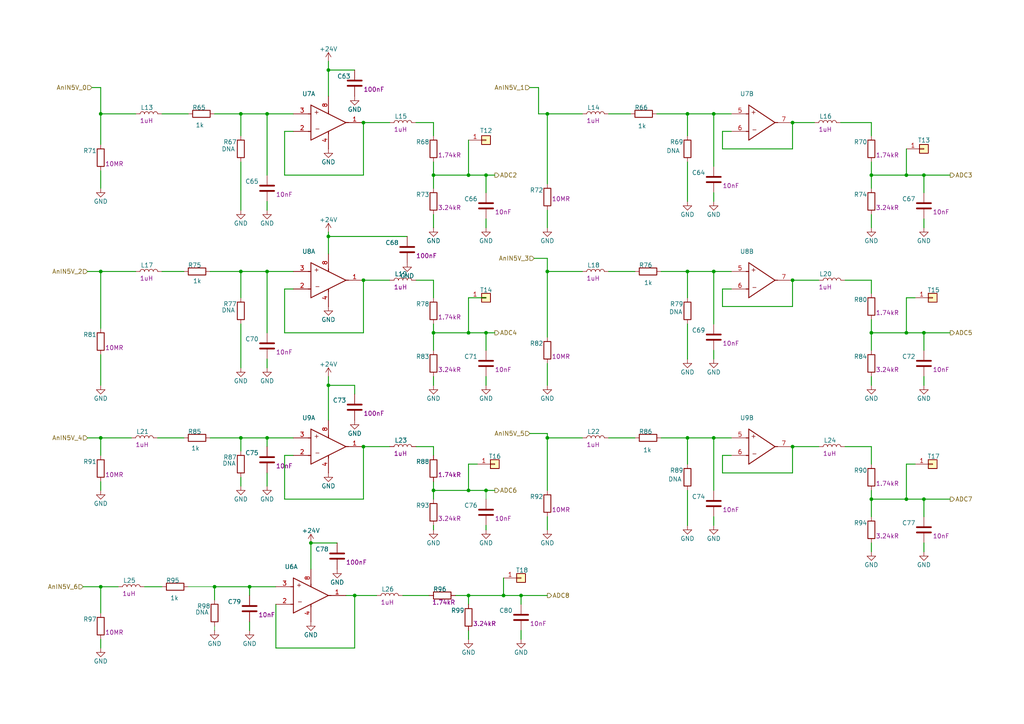
<source format=kicad_sch>
(kicad_sch (version 20231120) (generator "eeschema") (generator_version "8.0")
  (paper "A4")
  (title_block (title "Filters for 5V analog signal") (rev "1"))
  (lib_symbols
    (symbol "Connector_Generic:Conn_01x01" (pin_names (offset 1.016) hide)
      (property "Reference" "J" (at 0 2.54 0))
      (property "Value" "Conn_01x01" (at 0 -2.54 0))
      (symbol "Conn_01x01_1_1"
        (pin passive line (at -5.08 0 0) (length 3.81) (name "Pin_1") (number "1"))
      )
    )
    (symbol "Device:C" (pin_numbers hide) (pin_names (offset 0.254))
      (property "Reference" "C" (at 0.635 2.54 0))
      (property "Value" "C" (at 0.635 -2.54 0))
      (symbol "C_1_1"
        (pin passive line (at 0 3.81 270) (length 2.794) (name "~") (number "1"))
        (pin passive line (at 0 -3.81 90) (length 2.794) (name "~") (number "2"))
      )
    )
    (symbol "Device:L" (pin_numbers hide) (pin_names (offset 1.016) hide)
      (property "Reference" "L" (at -1.27 0 90))
      (property "Value" "L" (at 1.905 0 90))
      (symbol "L_1_1"
        (pin passive line (at 0 3.81 270) (length 1.27) (name "1") (number "1"))
        (pin passive line (at 0 -3.81 90) (length 1.27) (name "2") (number "2"))
      )
    )
    (symbol "Device:R" (pin_numbers hide) (pin_names (offset 0))
      (property "Reference" "R" (at 2.032 0 90))
      (property "Value" "R" (at 0 0 90))
      (symbol "R_1_1"
        (pin passive line (at 0 3.81 270) (length 1.27) (name "~") (number "1"))
        (pin passive line (at 0 -3.81 90) (length 1.27) (name "~") (number "2"))
      )
    )
    (symbol "Untitled-altium-import:root_0_d5b36c1049528187b1d2197d5d58d7e"
      (symbol "root_0_d5b36c1049528187b1d2197d5d58d7e_1_0"
        (text "" (at 5.588 0.762 0) (effects (font (size 1.27 1.27)) (justify left top)))
        (text "+" (at 5.842 1.27 0) (effects (font (size 1.27 1.27)) (justify left top)))
        (text "-" (at 6.096 -3.556 0) (effects (font (size 1.27 1.27)) (justify left top)))
        (pin passive line (at 20.32 -2.54 180) (length 5.08) (name "OUT1") (number "1"))
        (pin tri_state line (at 0 -5.08 0) (length 5.08) (name "IN1-") (number "2"))
        (pin open_collector line (at 0 0 0) (length 5.08) (name "IN1+") (number "3"))
        (pin power_in line (at 10.16 -10.16 90) (length 5.08) (name "V-") (number "4"))
        (pin power_in line (at 10.16 5.08 270) (length 5.08) (name "V+") (number "8"))
      )
      (symbol "root_0_d5b36c1049528187b1d2197d5d58d7e_2_0"
        (text "" (at 5.588 0.762 0) (effects (font (size 1.27 1.27)) (justify left top)))
        (text "+" (at 5.588 1.27 0) (effects (font (size 1.27 1.27)) (justify left top)))
        (text "-" (at 5.842 -3.81 0) (effects (font (size 1.27 1.27)) (justify left top)))
        (pin tri_state line (at 0 0 0) (length 5.08) (name "IN2+") (number "5"))
        (pin tri_state line (at 0 -5.08 0) (length 5.08) (name "IN2-") (number "6"))
        (pin passive line (at 17.78 -2.54 180) (length 5.08) (name "OUT2") (number "7"))
      )
    )
    (symbol "power:+24V" (power) (pin_numbers hide) (pin_names (offset 0) hide)
      (property "Value" "+24V" (at 0 3.556 0))
      (symbol "+24V_1_1"
        (pin power_in line (at 0 0 90) (length 0) (name "~") (number "1"))
      )
    )
    (symbol "power:GND" (power) (pin_numbers hide) (pin_names (offset 0) hide)
      (property "Value" "GND" (at 0 -3.81 0))
      (symbol "GND_1_1"
        (pin power_in line (at 0 0 270) (length 0) (name "~") (number "1"))
      )
    )
  )
  (junction (at 105.41 81.28))
  (junction (at 140.97 142.24))
  (junction (at 229.87 81.28))
  (junction (at 199.39 78.74))
  (junction (at 29.21 33.02))
  (junction (at 29.21 170.18))
  (junction (at 105.41 35.56))
  (junction (at 267.97 96.52))
  (junction (at 135.89 172.72))
  (junction (at 151.13 172.72))
  (junction (at 77.47 78.74))
  (junction (at 267.97 144.78))
  (junction (at 140.97 50.8))
  (junction (at 252.73 96.52))
  (junction (at 69.85 78.74))
  (junction (at 29.21 127))
  (junction (at 77.47 127))
  (junction (at 90.17 157.48))
  (junction (at 125.73 50.8))
  (junction (at 69.85 127))
  (junction (at 262.89 50.8))
  (junction (at 29.21 78.74))
  (junction (at 135.89 142.24))
  (junction (at 158.75 78.74))
  (junction (at 62.23 170.18))
  (junction (at 105.41 129.54))
  (junction (at 207.01 127))
  (junction (at 125.73 142.24))
  (junction (at 140.97 96.52))
  (junction (at 135.89 96.52))
  (junction (at 267.97 50.8))
  (junction (at 262.89 144.78))
  (junction (at 262.89 96.52))
  (junction (at 252.73 50.8))
  (junction (at 95.25 20.32))
  (junction (at 229.87 35.56))
  (junction (at 146.05 172.72))
  (junction (at 199.39 127))
  (junction (at 125.73 96.52))
  (junction (at 252.73 144.78))
  (junction (at 135.89 50.8))
  (junction (at 95.25 68.58))
  (junction (at 158.75 33.02))
  (junction (at 199.39 33.02))
  (junction (at 102.87 172.72))
  (junction (at 77.47 33.02))
  (junction (at 69.85 33.02))
  (junction (at 207.01 33.02))
  (junction (at 72.39 170.18))
  (junction (at 229.87 129.54))
  (junction (at 95.25 111.76))
  (junction (at 207.01 78.74))
  (junction (at 158.75 127))
  (wire (pts (xy 199.39 86.36) (xy 199.39 78.74)) (stroke (width 0.254)))
  (wire (pts (xy 229.87 81.28) (xy 229.87 88.9)) (stroke (width 0.254)))
  (wire (pts (xy 77.47 33.02) (xy 85.09 33.02)) (stroke (width 0.254)))
  (wire (pts (xy 158.75 74.93) (xy 158.75 78.74)) (stroke (width 0.254)))
  (wire (pts (xy 85.09 38.1) (xy 82.55 38.1)) (stroke (width 0.254)))
  (wire (pts (xy 69.85 86.36) (xy 69.85 78.74)) (stroke (width 0.254)))
  (wire (pts (xy 243.84 35.56) (xy 252.73 35.56)) (stroke (width 0.254)))
  (wire (pts (xy 102.87 111.76) (xy 95.25 111.76)) (stroke (width 0.254)))
  (wire (pts (xy 113.03 35.56) (xy 105.41 35.56)) (stroke (width 0.254)))
  (wire (pts (xy 143.51 50.8) (xy 140.97 50.8)) (stroke (width 0.254)))
  (wire (pts (xy 209.55 43.18) (xy 209.55 38.1)) (stroke (width 0.254)))
  (wire (pts (xy 262.89 96.52) (xy 267.97 96.52)) (stroke (width 0.254)))
  (wire (pts (xy 207.01 55.88) (xy 207.01 58.42)) (stroke (width 0.254)))
  (wire (pts (xy 125.73 46.99) (xy 125.73 50.8)) (stroke (width 0.254)))
  (wire (pts (xy 54.61 170.18) (xy 62.23 170.18)))
  (wire (pts (xy 168.91 127) (xy 158.75 127)) (stroke (width 0.254)))
  (wire (pts (xy 116.84 172.72) (xy 124.46 172.72)) (stroke (width 0.254)))
  (wire (pts (xy 140.97 66.04) (xy 140.97 63.5)) (stroke (width 0.254)))
  (wire (pts (xy 158.75 149.86) (xy 158.75 153.67)) (stroke (width 0.254)))
  (wire (pts (xy 245.11 81.28) (xy 252.73 81.28)) (stroke (width 0.254)))
  (wire (pts (xy 199.39 33.02) (xy 199.39 39.37)) (stroke (width 0.254)))
  (wire (pts (xy 125.73 50.8) (xy 125.73 54.61)) (stroke (width 0.254)))
  (wire (pts (xy 135.89 40.64) (xy 135.89 50.8)) (stroke (width 0.254)))
  (wire (pts (xy 77.47 78.74) (xy 85.09 78.74)) (stroke (width 0.254)))
  (wire (pts (xy 62.23 181.61) (xy 62.23 182.88)))
  (wire (pts (xy 135.89 50.8) (xy 140.97 50.8)) (stroke (width 0.254)))
  (wire (pts (xy 229.87 43.18) (xy 209.55 43.18)) (stroke (width 0.254)))
  (wire (pts (xy 38.1 127) (xy 29.21 127)) (stroke (width 0.254)))
  (wire (pts (xy 46.99 33.02) (xy 54.61 33.02)) (stroke (width 0.254)))
  (wire (pts (xy 125.73 66.04) (xy 125.73 62.23)) (stroke (width 0.254)))
  (wire (pts (xy 158.75 125.73) (xy 158.75 127)) (stroke (width 0.254)))
  (wire (pts (xy 82.55 144.78) (xy 105.41 144.78)) (stroke (width 0.254)))
  (wire (pts (xy 24.13 170.18) (xy 29.21 170.18)) (stroke (width 0.254)))
  (wire (pts (xy 69.85 127) (xy 60.96 127)) (stroke (width 0.254)))
  (wire (pts (xy 158.75 74.93) (xy 154.94 74.93)) (stroke (width 0.254)))
  (wire (pts (xy 77.47 129.54) (xy 77.47 127)) (stroke (width 0.254)))
  (wire (pts (xy 109.22 172.72) (xy 102.87 172.72)) (stroke (width 0.254)))
  (wire (pts (xy 207.01 33.02) (xy 212.09 33.02)) (stroke (width 0.254)))
  (wire (pts (xy 199.39 127) (xy 191.77 127)) (stroke (width 0.254)))
  (wire (pts (xy 77.47 96.52) (xy 77.47 78.74)) (stroke (width 0.254)))
  (wire (pts (xy 237.49 129.54) (xy 229.87 129.54)) (stroke (width 0.254)))
  (wire (pts (xy 140.97 50.8) (xy 140.97 55.88)) (stroke (width 0.254)))
  (wire (pts (xy 120.65 35.56) (xy 125.73 35.56)) (stroke (width 0.254)))
  (wire (pts (xy 267.97 144.78) (xy 267.97 149.86)) (stroke (width 0.254)))
  (wire (pts (xy 275.59 144.78) (xy 267.97 144.78)) (stroke (width 0.254)))
  (wire (pts (xy 125.73 153.67) (xy 125.73 152.4)) (stroke (width 0.254)))
  (wire (pts (xy 252.73 81.28) (xy 252.73 85.09)) (stroke (width 0.254)))
  (wire (pts (xy 262.89 144.78) (xy 267.97 144.78)) (stroke (width 0.254)))
  (wire (pts (xy 29.21 127) (xy 25.4 127)) (stroke (width 0.254)))
  (wire (pts (xy 252.73 144.78) (xy 262.89 144.78)) (stroke (width 0.254)))
  (wire (pts (xy 85.09 83.82) (xy 82.55 83.82)) (stroke (width 0.254)))
  (wire (pts (xy 69.85 33.02) (xy 69.85 39.37)) (stroke (width 0.254)))
  (wire (pts (xy 53.34 127) (xy 45.72 127)) (stroke (width 0.254)))
  (wire (pts (xy 77.47 127) (xy 85.09 127)) (stroke (width 0.254)))
  (wire (pts (xy 209.55 38.1) (xy 212.09 38.1)) (stroke (width 0.254)))
  (wire (pts (xy 120.65 81.28) (xy 125.73 81.28)) (stroke (width 0.254)))
  (wire (pts (xy 135.89 182.88) (xy 135.89 185.42)) (stroke (width 0.254)))
  (wire (pts (xy 132.08 172.72) (xy 135.89 172.72)) (stroke (width 0.254)))
  (wire (pts (xy 252.73 50.8) (xy 262.89 50.8)) (stroke (width 0.254)))
  (wire (pts (xy 252.73 96.52) (xy 252.73 101.6)) (stroke (width 0.254)))
  (wire (pts (xy 69.85 78.74) (xy 60.96 78.74)) (stroke (width 0.254)))
  (wire (pts (xy 237.49 81.28) (xy 229.87 81.28)) (stroke (width 0.254)))
  (wire (pts (xy 69.85 78.74) (xy 77.47 78.74)) (stroke (width 0.254)))
  (wire (pts (xy 125.73 96.52) (xy 135.89 96.52)) (stroke (width 0.254)))
  (wire (pts (xy 95.25 67.31) (xy 95.25 68.58)) (stroke (width 0.254)))
  (wire (pts (xy 105.41 96.52) (xy 105.41 81.28)) (stroke (width 0.254)))
  (wire (pts (xy 275.59 96.52) (xy 267.97 96.52)) (stroke (width 0.254)))
  (wire (pts (xy 275.59 50.8) (xy 267.97 50.8)) (stroke (width 0.254)))
  (wire (pts (xy 156.21 25.4) (xy 156.21 33.02)) (stroke (width 0.254)))
  (wire (pts (xy 82.55 96.52) (xy 105.41 96.52)) (stroke (width 0.254)))
  (wire (pts (xy 82.55 50.8) (xy 105.41 50.8)) (stroke (width 0.254)))
  (wire (pts (xy 82.55 38.1) (xy 82.55 50.8)) (stroke (width 0.254)))
  (wire (pts (xy 90.17 157.48) (xy 97.79 157.48)) (stroke (width 0.254)))
  (wire (pts (xy 252.73 144.78) (xy 252.73 149.86)) (stroke (width 0.254)))
  (wire (pts (xy 80.01 187.96) (xy 102.87 187.96)) (stroke (width 0.254)))
  (wire (pts (xy 69.85 46.99) (xy 69.85 60.96)) (stroke (width 0.254)))
  (wire (pts (xy 190.5 33.02) (xy 199.39 33.02)) (stroke (width 0.254)))
  (wire (pts (xy 113.03 81.28) (xy 105.41 81.28)) (stroke (width 0.254)))
  (wire (pts (xy 158.75 97.79) (xy 158.75 78.74)) (stroke (width 0.254)))
  (wire (pts (xy 125.73 111.76) (xy 125.73 109.22)) (stroke (width 0.254)))
  (wire (pts (xy 125.73 142.24) (xy 135.89 142.24)) (stroke (width 0.254)))
  (wire (pts (xy 207.01 127) (xy 212.09 127)) (stroke (width 0.254)))
  (wire (pts (xy 199.39 78.74) (xy 207.01 78.74)) (stroke (width 0.254)))
  (wire (pts (xy 95.25 109.22) (xy 95.25 111.76)) (stroke (width 0.254)))
  (wire (pts (xy 209.55 132.08) (xy 212.09 132.08)) (stroke (width 0.254)))
  (wire (pts (xy 95.25 20.32) (xy 95.25 27.94)) (stroke (width 0.254)))
  (wire (pts (xy 209.55 137.16) (xy 209.55 132.08)) (stroke (width 0.254)))
  (wire (pts (xy 72.39 172.72) (xy 72.39 170.18)) (stroke (width 0.254)))
  (wire (pts (xy 265.43 134.62) (xy 262.89 134.62)) (stroke (width 0.254)))
  (wire (pts (xy 146.05 167.64) (xy 146.05 172.72)) (stroke (width 0.254)))
  (wire (pts (xy 82.55 132.08) (xy 82.55 144.78)) (stroke (width 0.254)))
  (wire (pts (xy 209.55 83.82) (xy 212.09 83.82)) (stroke (width 0.254)))
  (wire (pts (xy 199.39 142.24) (xy 199.39 152.4)) (stroke (width 0.254)))
  (wire (pts (xy 229.87 129.54) (xy 229.87 137.16)) (stroke (width 0.254)))
  (wire (pts (xy 140.97 111.76) (xy 140.97 109.22)) (stroke (width 0.254)))
  (wire (pts (xy 209.55 88.9) (xy 209.55 83.82)) (stroke (width 0.254)))
  (wire (pts (xy 120.65 129.54) (xy 125.73 129.54)) (stroke (width 0.254)))
  (wire (pts (xy 29.21 33.02) (xy 29.21 41.91)) (stroke (width 0.254)))
  (wire (pts (xy 151.13 172.72) (xy 146.05 172.72)) (stroke (width 0.254)))
  (wire (pts (xy 229.87 137.16) (xy 209.55 137.16)) (stroke (width 0.254)))
  (wire (pts (xy 39.37 78.74) (xy 29.21 78.74)) (stroke (width 0.254)))
  (wire (pts (xy 199.39 46.99) (xy 199.39 58.42)) (stroke (width 0.254)))
  (wire (pts (xy 176.53 33.02) (xy 182.88 33.02)) (stroke (width 0.254)))
  (wire (pts (xy 138.43 134.62) (xy 135.89 134.62)) (stroke (width 0.254)))
  (wire (pts (xy 207.01 149.86) (xy 207.01 152.4)) (stroke (width 0.254)))
  (wire (pts (xy 158.75 125.73) (xy 153.67 125.73)) (stroke (width 0.254)))
  (wire (pts (xy 207.01 142.24) (xy 207.01 127)) (stroke (width 0.254)))
  (wire (pts (xy 69.85 127) (xy 77.47 127)) (stroke (width 0.254)))
  (wire (pts (xy 143.51 142.24) (xy 140.97 142.24)) (stroke (width 0.254)))
  (wire (pts (xy 29.21 139.7) (xy 29.21 142.24)) (stroke (width 0.254)))
  (wire (pts (xy 245.11 129.54) (xy 252.73 129.54)) (stroke (width 0.254)))
  (wire (pts (xy 29.21 102.87) (xy 29.21 111.76)) (stroke (width 0.254)))
  (wire (pts (xy 125.73 81.28) (xy 125.73 86.36)) (stroke (width 0.254)))
  (wire (pts (xy 184.15 78.74) (xy 176.53 78.74)) (stroke (width 0.254)))
  (wire (pts (xy 125.73 93.98) (xy 125.73 96.52)) (stroke (width 0.254)))
  (wire (pts (xy 140.97 96.52) (xy 140.97 101.6)) (stroke (width 0.254)))
  (wire (pts (xy 29.21 185.42) (xy 29.21 187.96)) (stroke (width 0.254)))
  (wire (pts (xy 267.97 160.02) (xy 267.97 157.48)) (stroke (width 0.254)))
  (wire (pts (xy 252.73 35.56) (xy 252.73 39.37)) (stroke (width 0.254)))
  (wire (pts (xy 265.43 86.36) (xy 262.89 86.36)) (stroke (width 0.254)))
  (wire (pts (xy 158.75 60.96) (xy 158.75 66.04)) (stroke (width 0.254)))
  (wire (pts (xy 151.13 182.88) (xy 151.13 185.42)) (stroke (width 0.254)))
  (wire (pts (xy 113.03 129.54) (xy 105.41 129.54)) (stroke (width 0.254)))
  (wire (pts (xy 135.89 172.72) (xy 135.89 175.26)) (stroke (width 0.254)))
  (wire (pts (xy 236.22 35.56) (xy 229.87 35.56)) (stroke (width 0.254)))
  (wire (pts (xy 158.75 172.72) (xy 151.13 172.72)) (stroke (width 0.254)))
  (wire (pts (xy 29.21 170.18) (xy 29.21 177.8)) (stroke (width 0.254)))
  (wire (pts (xy 267.97 66.04) (xy 267.97 63.5)) (stroke (width 0.254)))
  (wire (pts (xy 105.41 50.8) (xy 105.41 35.56)) (stroke (width 0.254)))
  (wire (pts (xy 207.01 93.98) (xy 207.01 78.74)) (stroke (width 0.254)))
  (wire (pts (xy 105.41 144.78) (xy 105.41 129.54)) (stroke (width 0.254)))
  (wire (pts (xy 135.89 96.52) (xy 140.97 96.52)) (stroke (width 0.254)))
  (wire (pts (xy 85.09 132.08) (xy 82.55 132.08)) (stroke (width 0.254)))
  (wire (pts (xy 29.21 78.74) (xy 25.4 78.74)) (stroke (width 0.254)))
  (wire (pts (xy 267.97 96.52) (xy 267.97 101.6)) (stroke (width 0.254)))
  (wire (pts (xy 29.21 132.08) (xy 29.21 127)) (stroke (width 0.254)))
  (wire (pts (xy 140.97 144.78) (xy 140.97 142.24)))
  (wire (pts (xy 252.73 46.99) (xy 252.73 50.8)) (stroke (width 0.254)))
  (wire (pts (xy 125.73 35.56) (xy 125.73 39.37)) (stroke (width 0.254)))
  (wire (pts (xy 80.01 175.26) (xy 80.01 187.96)) (stroke (width 0.254)))
  (wire (pts (xy 252.73 62.23) (xy 252.73 66.04)) (stroke (width 0.254)))
  (wire (pts (xy 252.73 92.71) (xy 252.73 96.52)) (stroke (width 0.254)))
  (wire (pts (xy 199.39 33.02) (xy 207.01 33.02)) (stroke (width 0.254)))
  (wire (pts (xy 118.11 68.58) (xy 95.25 68.58)) (stroke (width 0.254)))
  (wire (pts (xy 252.73 129.54) (xy 252.73 134.62)) (stroke (width 0.254)))
  (wire (pts (xy 62.23 170.18) (xy 72.39 170.18)) (stroke (width 0.254)))
  (wire (pts (xy 262.89 134.62) (xy 262.89 144.78)) (stroke (width 0.254)))
  (wire (pts (xy 199.39 78.74) (xy 191.77 78.74)) (stroke (width 0.254)))
  (wire (pts (xy 29.21 33.02) (xy 29.21 25.4)) (stroke (width 0.254)))
  (wire (pts (xy 252.73 96.52) (xy 262.89 96.52)) (stroke (width 0.254)))
  (wire (pts (xy 252.73 111.76) (xy 252.73 109.22)) (stroke (width 0.254)))
  (wire (pts (xy 29.21 25.4) (xy 26.67 25.4)) (stroke (width 0.254)))
  (wire (pts (xy 69.85 93.98) (xy 69.85 106.68)) (stroke (width 0.254)))
  (wire (pts (xy 168.91 78.74) (xy 158.75 78.74)) (stroke (width 0.254)))
  (wire (pts (xy 146.05 172.72) (xy 135.89 172.72)) (stroke (width 0.254)))
  (wire (pts (xy 69.85 130.81) (xy 69.85 127)) (stroke (width 0.254)))
  (wire (pts (xy 62.23 173.99) (xy 62.23 170.18)) (stroke (width 0.254)))
  (wire (pts (xy 77.47 104.14) (xy 77.47 106.68)) (stroke (width 0.254)))
  (wire (pts (xy 229.87 35.56) (xy 229.87 43.18)) (stroke (width 0.254)))
  (wire (pts (xy 267.97 111.76) (xy 267.97 109.22)) (stroke (width 0.254)))
  (wire (pts (xy 95.25 17.78) (xy 95.25 20.32)) (stroke (width 0.254)))
  (wire (pts (xy 151.13 175.26) (xy 151.13 172.72)) (stroke (width 0.254)))
  (wire (pts (xy 62.23 33.02) (xy 69.85 33.02)) (stroke (width 0.254)))
  (wire (pts (xy 252.73 50.8) (xy 252.73 54.61)) (stroke (width 0.254)))
  (wire (pts (xy 135.89 86.36) (xy 135.89 96.52)) (stroke (width 0.254)))
  (wire (pts (xy 252.73 160.02) (xy 252.73 157.48)) (stroke (width 0.254)))
  (wire (pts (xy 262.89 86.36) (xy 262.89 96.52)) (stroke (width 0.254)))
  (wire (pts (xy 125.73 96.52) (xy 125.73 101.6)) (stroke (width 0.254)))
  (wire (pts (xy 29.21 49.53) (xy 29.21 54.61)) (stroke (width 0.254)))
  (wire (pts (xy 135.89 134.62) (xy 135.89 142.24)) (stroke (width 0.254)))
  (wire (pts (xy 199.39 93.98) (xy 199.39 104.14)) (stroke (width 0.254)))
  (wire (pts (xy 102.87 187.96) (xy 102.87 172.72)) (stroke (width 0.254)))
  (wire (pts (xy 262.89 43.18) (xy 262.89 50.8)) (stroke (width 0.254)))
  (wire (pts (xy 102.87 172.72) (xy 100.33 172.72)) (stroke (width 0.254)))
  (wire (pts (xy 77.47 58.42) (xy 77.47 60.96)) (stroke (width 0.254)))
  (wire (pts (xy 125.73 129.54) (xy 125.73 132.08)) (stroke (width 0.254)))
  (wire (pts (xy 199.39 127) (xy 207.01 127)) (stroke (width 0.254)))
  (wire (pts (xy 125.73 142.24) (xy 125.73 144.78)) (stroke (width 0.254)))
  (wire (pts (xy 158.75 33.02) (xy 168.91 33.02)) (stroke (width 0.254)))
  (wire (pts (xy 140.97 153.67) (xy 140.97 152.4)) (stroke (width 0.254)))
  (wire (pts (xy 125.73 50.8) (xy 135.89 50.8)) (stroke (width 0.254)))
  (wire (pts (xy 29.21 170.18) (xy 34.29 170.18)) (stroke (width 0.254)))
  (wire (pts (xy 143.51 96.52) (xy 140.97 96.52)) (stroke (width 0.254)))
  (wire (pts (xy 53.34 78.74) (xy 46.99 78.74)) (stroke (width 0.254)))
  (wire (pts (xy 29.21 95.25) (xy 29.21 78.74)) (stroke (width 0.254)))
  (wire (pts (xy 158.75 33.02) (xy 158.75 53.34)) (stroke (width 0.254)))
  (wire (pts (xy 176.53 127) (xy 184.15 127)) (stroke (width 0.254)))
  (wire (pts (xy 69.85 33.02) (xy 77.47 33.02)) (stroke (width 0.254)))
  (wire (pts (xy 72.39 170.18) (xy 80.01 170.18)) (stroke (width 0.254)))
  (wire (pts (xy 207.01 78.74) (xy 212.09 78.74)) (stroke (width 0.254)))
  (wire (pts (xy 158.75 142.24) (xy 158.75 127)) (stroke (width 0.254)))
  (wire (pts (xy 77.47 50.8) (xy 77.47 33.02)) (stroke (width 0.254)))
  (wire (pts (xy 125.73 139.7) (xy 125.73 142.24)) (stroke (width 0.254)))
  (wire (pts (xy 135.89 142.24) (xy 140.97 142.24)) (stroke (width 0.254)))
  (wire (pts (xy 82.55 83.82) (xy 82.55 96.52)) (stroke (width 0.254)))
  (wire (pts (xy 39.37 33.02) (xy 29.21 33.02)) (stroke (width 0.254)))
  (wire (pts (xy 229.87 88.9) (xy 209.55 88.9)) (stroke (width 0.254)))
  (wire (pts (xy 69.85 138.43) (xy 69.85 140.97)) (stroke (width 0.254)))
  (wire (pts (xy 207.01 101.6) (xy 207.01 104.14)) (stroke (width 0.254)))
  (wire (pts (xy 158.75 105.41) (xy 158.75 111.76)) (stroke (width 0.254)))
  (wire (pts (xy 41.91 170.18) (xy 46.99 170.18)) (stroke (width 0.254)))
  (wire (pts (xy 102.87 20.32) (xy 95.25 20.32)) (stroke (width 0.254)))
  (wire (pts (xy 140.97 86.36) (xy 135.89 86.36)) (stroke (width 0.254)))
  (wire (pts (xy 207.01 48.26) (xy 207.01 33.02)) (stroke (width 0.254)))
  (wire (pts (xy 262.89 50.8) (xy 267.97 50.8)) (stroke (width 0.254)))
  (wire (pts (xy 267.97 50.8) (xy 267.97 55.88)) (stroke (width 0.254)))
  (wire (pts (xy 156.21 33.02) (xy 158.75 33.02)) (stroke (width 0.254)))
  (wire (pts (xy 95.25 111.76) (xy 95.25 121.92)) (stroke (width 0.254)))
  (wire (pts (xy 90.17 165.1) (xy 90.17 157.48)) (stroke (width 0.254)))
  (wire (pts (xy 252.73 142.24) (xy 252.73 144.78)) (stroke (width 0.254)))
  (wire (pts (xy 199.39 134.62) (xy 199.39 127)) (stroke (width 0.254)))
  (wire (pts (xy 153.67 25.4) (xy 156.21 25.4)) (stroke (width 0.254)))
  (wire (pts (xy 95.25 68.58) (xy 95.25 73.66)) (stroke (width 0.254)))
  (wire (pts (xy 77.47 137.16) (xy 77.47 140.97)) (stroke (width 0.254)))
  (wire (pts (xy 72.39 182.88) (xy 72.39 180.34)) (stroke (width 0.254)))
  (wire (pts (xy 102.87 114.3) (xy 102.87 111.76)) (stroke (width 0.254)))
  (hierarchical_label "AnIN5V_5" (shape input) (at 153.67 125.73 180))
  (hierarchical_label "AnIN5V_1" (shape input) (at 153.67 25.4 180))
  (hierarchical_label "ADC6" (shape output) (at 143.51 142.24 0))
  (hierarchical_label "AnIN5V_6" (shape input) (at 24.13 170.18 180))
  (hierarchical_label "AnIN5V_2" (shape input) (at 25.4 78.74 180))
  (hierarchical_label "AnIN5V_3" (shape input) (at 154.94 74.93 180))
  (hierarchical_label "ADC2" (shape output) (at 143.51 50.8 0))
  (hierarchical_label "ADC4" (shape output) (at 143.51 96.52 0))
  (hierarchical_label "ADC5" (shape output) (at 275.59 96.52 0))
  (hierarchical_label "ADC3" (shape output) (at 275.59 50.8 0))
  (hierarchical_label "AnIN5V_4" (shape input) (at 25.4 127 180))
  (hierarchical_label "ADC8" (shape output) (at 158.75 172.72 0))
  (hierarchical_label "AnIN5V_0" (shape input) (at 26.67 25.4 180))
  (hierarchical_label "ADC7" (shape output) (at 275.59 144.78 0))
  (symbol (lib_id "Device:R") (at 125.73 90.17 0) (unit 1)
    (property "Reference" "R78" (at 120.65 88.9 0) (effects (justify left bottom)))
    (property "Value" "ERJ-6ENF1741V" (effects (hide yes)))
    (property "Footprint" "Resistor_SMD:R_0805_2012Metric_Pad1.20x1.40mm_HandSolder" (effects (hide yes)))
    (property "MANUFACTURER" "Panasonic" (effects (hide yes)))
    (property "PART NUMBER" "ERJ-6ENF1741V" (effects (hide yes)))
    (property "ALTIUM_VALUE" "1.74kR" (at 127 92.71 0) (effects (justify left bottom)))
  )
  (symbol (lib_id "power:GND") (at 102.87 121.92 0) (unit 1)
    (property "Reference" "#PWR?" (effects (hide yes)))
    (property "Value" "GND" (at 102.87 125.73 0))
    (property "Description" "Power symbol creates a global label with name \"GND\" , ground" (effects (hide yes)))
  )
  (symbol (lib_id "Device:R") (at 187.96 127 90) (unit 1)
    (property "Reference" "R86" (at 189.23 124.46 90) (effects (justify left bottom)))
    (property "Value" "1k" (at 188.976 129.794 90) (effects (justify left bottom)))
    (property "Footprint" "Resistor_SMD:R_0805_2012Metric_Pad1.20x1.40mm_HandSolder" (effects (hide yes)))
    (property "Description" "CRCW08050000ZSTA" (effects (hide yes)))
    (property "MIN OPERATING TEMPERATURE" "-55°C" (effects (hide yes)))
    (property "CASE/PACKAGE" "0805" (effects (hide yes)))
    (property "MAX OPERATING TEMPERATURE" "155°C" (effects (hide yes)))
    (property "PACKAGING" "Tape and Reel" (effects (hide yes)))
    (property "TERMINATION" "Wraparound" (effects (hide yes)))
    (property "CONSTRUCTION" "Chip" (effects (hide yes)))
    (property "JESD-609 CODE" "e0" (effects (hide yes)))
    (property "MOUNTING TECHNOLOGY" "Surface Mount" (effects (hide yes)))
    (property "PACKAGE HEIGHT" "0.45mm" (effects (hide yes)))
    (property "PACKAGE LENGTH" "2mm" (effects (hide yes)))
    (property "PACKAGE SHAPE" "Rectangular" (effects (hide yes)))
    (property "PACKAGE STYLE" "SMTMeter" (effects (hide yes)))
    (property "PACKAGE WIDTH" "1.25mm" (effects (hide yes)))
    (property "PINS" "2" (effects (hide yes)))
    (property "POWER" "125mW" (effects (hide yes)))
    (property "RATED TEMPERATURE" "70°C" (effects (hide yes)))
    (property "REACH SVHC COMPLIANT" "No" (effects (hide yes)))
    (property "REFERENCE STANDARD" "AEC-Q200" (effects (hide yes)))
    (property "RESISTOR TYPE" "FIXED RESISTOR" (effects (hide yes)))
    (property "ROHS COMPLIANT" "No" (effects (hide yes)))
    (property "TECHNOLOGY" "METAL GLAZE/THICK FILM" (effects (hide yes)))
    (property "TERMINAL FINISH" "Nickel" (effects (hide yes)))
    (property "ALTIUM_VALUE" "0R" (effects (hide yes)))
  )
  (symbol (lib_id "power:GND") (at 252.73 111.76 0) (unit 1)
    (property "Reference" "#PWR?" (effects (hide yes)))
    (property "Value" "GND" (at 252.73 115.57 0))
    (property "Description" "Power symbol creates a global label with name \"GND\" , ground" (effects (hide yes)))
  )
  (symbol (lib_id "Device:R") (at 29.21 135.89 0) (unit 1)
    (property "Reference" "R91" (at 24.13 134.62 0) (effects (justify left bottom)))
    (property "Value" "CRCW080510M0FKEA" (effects (hide yes)))
    (property "Footprint" "Resistor_SMD:R_0805_2012Metric_Pad1.20x1.40mm_HandSolder" (effects (hide yes)))
    (property "CONTACT PLATING" "Tin" (effects (hide yes)))
    (property "POWER RATING" "125mW" (effects (hide yes)))
    (property "COMPOSITION" "Thick Film" (effects (hide yes)))
    (property "VOLTAGE RATING (DC)" "150V" (effects (hide yes)))
    (property "TOLERANCE" "5%" (effects (hide yes)))
    (property "LENGTH" "2mm" (effects (hide yes)))
    (property "WEIGHT" "0.000194oz" (effects (hide yes)))
    (property "CASE CODE (METRIC)" "2012" (effects (hide yes)))
    (property "VOLTAGE RATING" "150V" (effects (hide yes)))
    (property "PACKAGE QUANTITY" "10" (effects (hide yes)))
    (property "HEIGHT" "0.02inch" (effects (hide yes)))
    (property "CASE CODE (IMPERIAL)" "0805" (effects (hide yes)))
    (property "RESISTANCE" "10MR" (at 30.48 138.43 0) (effects (justify left bottom)))
    (property "LEAD FREE" "Lead Free" (effects (hide yes)))
    (property "DEPTH" "1.25mm" (effects (hide yes)))
    (property "MIN OPERATING TEMPERATURE" "-55°C" (effects (hide yes)))
    (property "MAX POWER DISSIPATION" "125mW" (effects (hide yes)))
    (property "TEMPERATURE COEFFICIENT" "100ppm/°C" (effects (hide yes)))
    (property "MOUNT" "Surface Mount" (effects (hide yes)))
    (property "FEATURES" "Automotive AEC-Q200" (effects (hide yes)))
    (property "TERMINATION" "SMD/SMT" (effects (hide yes)))
    (property "MAX OPERATING TEMPERATURE" "155°C" (effects (hide yes)))
    (property "RADIATION HARDENING" "No" (effects (hide yes)))
    (property "CASE/PACKAGE" "0805" (effects (hide yes)))
    (property "WIDTH" "0.049inch" (effects (hide yes)))
    (property "MILITARY STANDARD" "Not" (effects (hide yes)))
    (property "NUMBER OF TERMINATIONS" "2" (effects (hide yes)))
    (property "PACKAGING" "Tape and Reel" (effects (hide yes)))
  )
  (symbol (lib_id "Device:C") (at 267.97 153.67 0) (unit 1)
    (property "Reference" "C77" (at 261.62 152.4 0) (effects (justify left bottom)))
    (property "Value" "C0805C103KARACAUTO" (effects (hide yes)))
    (property "Footprint" "Capacitor_SMD:C_0805_2012Metric_Pad1.18x1.45mm_HandSolder" (effects (hide yes)))
    (property "HEIGHT" "0.78mm" (effects (hide yes)))
    (property "MIN OPERATING TEMPERATURE" "-55°C" (effects (hide yes)))
    (property "LENGTH" "2mm" (effects (hide yes)))
    (property "MAX OPERATING TEMPERATURE" "125°C" (effects (hide yes)))
    (property "CASE/PACKAGE" "0805" (effects (hide yes)))
    (property "WIDTH" "1.25mm" (effects (hide yes)))
    (property "PACKAGING" "Tape and Reel" (effects (hide yes)))
    (property "CAPACITOR TYPE" "Ceramic" (effects (hide yes)))
    (property "DIELECTRIC MATERIAL" "Ceramic" (effects (hide yes)))
    (property "JESD-609 CODE" "e3" (effects (hide yes)))
    (property "MOUNTING TECHNOLOGY" "Surface Mount" (effects (hide yes)))
    (property "MULTILAYER" "Yes" (effects (hide yes)))
    (property "PACKAGE SHAPE" "Rectangular" (effects (hide yes)))
    (property "PACKAGE STYLE" "SMTMeter" (effects (hide yes)))
    (property "PINS" "2" (effects (hide yes)))
    (property "RATED DC VOLTAGE (URDC)" "250V" (effects (hide yes)))
    (property "REACH SVHC COMPLIANT" "Yes" (effects (hide yes)))
    (property "REFERENCE STANDARD" "AEC-Q200" (effects (hide yes)))
    (property "ROHS COMPLIANT" "Yes" (effects (hide yes)))
    (property "TEMPERATURE CHARACTERISTICS CODE" "X7R" (effects (hide yes)))
    (property "TERMINAL FINISH" "Nickel" (effects (hide yes)))
    (property "TERMINATION" "Wraparound" (effects (hide yes)))
    (property "TOLERANCE  (FILL IN AS +-)" "10%" (effects (hide yes)))
    (property "TOLERANCE (FILL IN AS +-)" "10%" (effects (hide yes)))
    (property "ALTIUM_VALUE" "10nF" (at 270.51 156.21 0) (effects (justify left bottom)))
  )
  (symbol (lib_id "Device:R") (at 135.89 179.07 0) (unit 1)
    (property "Reference" "R99" (at 130.81 177.8 0) (effects (justify left bottom)))
    (property "Value" "ERJ-6ENF3241V" (effects (hide yes)))
    (property "Footprint" "Resistor_SMD:R_0805_2012Metric_Pad1.20x1.40mm_HandSolder" (effects (hide yes)))
    (property "MANUFACTURER" "Panasonic" (effects (hide yes)))
    (property "PART NUMBER" "ERJ-6ENF3241V" (effects (hide yes)))
    (property "ALTIUM_VALUE" "3.24kR" (at 137.16 181.61 0) (effects (justify left bottom)))
  )
  (symbol (lib_id "Device:R") (at 252.73 88.9 0) (unit 1)
    (property "Reference" "R80" (at 247.65 87.63 0) (effects (justify left bottom)))
    (property "Value" "ERJ-6ENF1741V" (effects (hide yes)))
    (property "Footprint" "Resistor_SMD:R_0805_2012Metric_Pad1.20x1.40mm_HandSolder" (effects (hide yes)))
    (property "MANUFACTURER" "Panasonic" (effects (hide yes)))
    (property "PART NUMBER" "ERJ-6ENF1741V" (effects (hide yes)))
    (property "ALTIUM_VALUE" "1.74kR" (at 254 91.44 0) (effects (justify left bottom)))
  )
  (symbol (lib_id "power:GND") (at 267.97 66.04 0) (unit 1)
    (property "Reference" "#PWR?" (effects (hide yes)))
    (property "Value" "GND" (at 267.97 69.85 0))
    (property "Description" "Power symbol creates a global label with name \"GND\" , ground" (effects (hide yes)))
  )
  (symbol (lib_id "Device:C") (at 118.11 72.39 0) (unit 1)
    (property "Reference" "C68" (at 111.76 71.12 0) (effects (justify left bottom)))
    (property "Value" "08055C104KAT4A" (effects (hide yes)))
    (property "Footprint" "Capacitor_SMD:C_0805_2012Metric_Pad1.18x1.45mm_HandSolder" (effects (hide yes)))
    (property "HEIGHT" "0.94mm" (effects (hide yes)))
    (property "ALTIUM_VALUE" "100nF" (at 120.65 74.93 0) (effects (justify left bottom)))
    (property "CAPACITOR TYPE" "Ceramic" (effects (hide yes)))
    (property "CASE/PACKAGE" "0805" (effects (hide yes)))
    (property "DIELECTRIC MATERIAL" "Ceramic" (effects (hide yes)))
    (property "JESD-609 CODE" "e3" (effects (hide yes)))
    (property "LENGTH" "2.01mm" (effects (hide yes)))
    (property "MAX OPERATING TEMPERATURE" "125°C" (effects (hide yes)))
    (property "MIN OPERATING TEMPERATURE" "-55°C" (effects (hide yes)))
    (property "MOUNTING TECHNOLOGY" "Surface Mount" (effects (hide yes)))
    (property "MULTILAYER" "Yes" (effects (hide yes)))
    (property "PACKAGE SHAPE" "Rectangular" (effects (hide yes)))
    (property "PACKAGE STYLE" "SMTMeter" (effects (hide yes)))
    (property "PACKAGING" "Tape and Reel" (effects (hide yes)))
    (property "PINS" "2" (effects (hide yes)))
    (property "RATED DC VOLTAGE (URDC)" "50V" (effects (hide yes)))
    (property "REACH SVHC COMPLIANT" "Yes" (effects (hide yes)))
    (property "ROHS COMPLIANT" "Yes" (effects (hide yes)))
    (property "TEMPERATURE CHARACTERISTICS CODE" "X7R" (effects (hide yes)))
    (property "TERMINAL FINISH" "Nickel" (effects (hide yes)))
    (property "TERMINATION" "Wraparound" (effects (hide yes)))
    (property "TOLERANCE  (FILL IN AS +-)" "10%" (effects (hide yes)))
    (property "TOLERANCE (FILL IN AS +-)" "10%" (effects (hide yes)))
    (property "WIDTH" "1.25mm" (effects (hide yes)))
  )
  (symbol (lib_id "power:GND") (at 77.47 140.97 0) (unit 1)
    (property "Reference" "#PWR?" (effects (hide yes)))
    (property "Value" "GND" (at 77.47 144.78 0))
    (property "Description" "Power symbol creates a global label with name \"GND\" , ground" (effects (hide yes)))
  )
  (symbol (lib_id "power:GND") (at 125.73 111.76 0) (unit 1)
    (property "Reference" "#PWR?" (effects (hide yes)))
    (property "Value" "GND" (at 125.73 115.57 0))
    (property "Description" "Power symbol creates a global label with name \"GND\" , ground" (effects (hide yes)))
  )
  (symbol (lib_id "Device:R") (at 252.73 105.41 0) (unit 1)
    (property "Reference" "R84" (at 247.65 104.14 0) (effects (justify left bottom)))
    (property "Value" "ERJ-6ENF3241V" (effects (hide yes)))
    (property "Footprint" "Resistor_SMD:R_0805_2012Metric_Pad1.20x1.40mm_HandSolder" (effects (hide yes)))
    (property "MANUFACTURER" "Panasonic" (effects (hide yes)))
    (property "PART NUMBER" "ERJ-6ENF3241V" (effects (hide yes)))
    (property "ALTIUM_VALUE" "3.24kR" (at 254 107.95 0) (effects (justify left bottom)))
  )
  (symbol (lib_id "power:GND") (at 77.47 60.96 0) (unit 1)
    (property "Reference" "#PWR?" (effects (hide yes)))
    (property "Value" "GND" (at 77.47 64.77 0))
    (property "Description" "Power symbol creates a global label with name \"GND\" , ground" (effects (hide yes)))
  )
  (symbol (lib_id "Device:L") (at 43.18 78.74 90) (unit 1)
    (property "Reference" "L17" (at 44.45 76.2 90) (effects (justify left bottom)))
    (property "Value" "LQM21PN1R0NGCD" (effects (hide yes)))
    (property "Footprint" "Vault:FP-LQM21PH_G0-IPC_C" (effects (hide yes)))
    (property "INDUCTANCE" "1uH" (at 44.45 80.01 90) (effects (justify left bottom)))
    (property "CASE/PACKAGE" "0805" (effects (hide yes)))
    (property "MILITARY STANDARD" "Not" (effects (hide yes)))
    (property "WIDTH" "0.049inch" (effects (hide yes)))
    (property "TERMINATION" "SMD/SMT" (effects (hide yes)))
    (property "ROHS COMPLIANT" "Yes" (effects (hide yes)))
    (property "TOLERANCE" "30%" (effects (hide yes)))
    (property "MAX OPERATING TEMPERATURE" "125°C" (effects (hide yes)))
    (property "TEST FREQUENCY" "1MHz" (effects (hide yes)))
    (property "HEIGHT - SEATED (MAX)" "0.039inch" (effects (hide yes)))
    (property "SERIES" "LQM21P_GC" (effects (hide yes)))
    (property "PACKAGING" "Tape and Reel" (effects (hide yes)))
    (property "CASE CODE (METRIC)" "2012" (effects (hide yes)))
    (property "LEAD FREE" "Lead Free" (effects (hide yes)))
    (property "LENGTH" "0.079inch" (effects (hide yes)))
    (property "CASE CODE (IMPERIAL)" "0805" (effects (hide yes)))
    (property "PACKAGE QUANTITY" "4000" (effects (hide yes)))
    (property "DC CURRENT" "900mA" (effects (hide yes)))
    (property "DEPTH" "1.4mm" (effects (hide yes)))
    (property "MAX DC CURRENT" "900mA" (effects (hide yes)))
    (property "CORE MATERIAL" "Ferrite" (effects (hide yes)))
    (property "SHIELDING" "Shielded" (effects (hide yes)))
    (property "MIN OPERATING TEMPERATURE" "-55°C" (effects (hide yes)))
    (property "DC RESISTANCE (DCR)" "125mR" (effects (hide yes)))
    (property "SELF RESONANT FREQUENCY" "50MHz" (effects (hide yes)))
    (property "HEIGHT" "0.9mm" (effects (hide yes)))
    (property "MOUNT" "Surface Mount" (effects (hide yes)))
    (property "CURRENT RATING" "900mA" (effects (hide yes)))
  )
  (symbol (lib_id "power:GND") (at 69.85 140.97 0) (unit 1)
    (property "Reference" "#PWR?" (effects (hide yes)))
    (property "Value" "GND" (at 69.85 144.78 0))
    (property "Description" "Power symbol creates a global label with name \"GND\" , ground" (effects (hide yes)))
  )
  (symbol (lib_id "Device:R") (at 252.73 138.43 0) (unit 1)
    (property "Reference" "R90" (at 247.65 137.16 0) (effects (justify left bottom)))
    (property "Value" "ERJ-6ENF1741V" (effects (hide yes)))
    (property "Footprint" "Resistor_SMD:R_0805_2012Metric_Pad1.20x1.40mm_HandSolder" (effects (hide yes)))
    (property "MANUFACTURER" "Panasonic" (effects (hide yes)))
    (property "PART NUMBER" "ERJ-6ENF1741V" (effects (hide yes)))
    (property "ALTIUM_VALUE" "1.74kR" (at 254 140.97 0) (effects (justify left bottom)))
  )
  (symbol (lib_id "power:GND") (at 29.21 54.61 0) (unit 1)
    (property "Reference" "#PWR?" (effects (hide yes)))
    (property "Value" "GND" (at 29.21 58.42 0))
    (property "Description" "Power symbol creates a global label with name \"GND\" , ground" (effects (hide yes)))
  )
  (symbol (lib_id "power:GND") (at 135.89 185.42 0) (unit 1)
    (property "Reference" "#PWR?" (effects (hide yes)))
    (property "Value" "GND" (at 135.89 189.23 0))
    (property "Description" "Power symbol creates a global label with name \"GND\" , ground" (effects (hide yes)))
  )
  (symbol (lib_id "power:GND") (at 140.97 66.04 0) (unit 1)
    (property "Reference" "#PWR?" (effects (hide yes)))
    (property "Value" "GND" (at 140.97 69.85 0))
    (property "Description" "Power symbol creates a global label with name \"GND\" , ground" (effects (hide yes)))
  )
  (symbol (lib_id "power:GND") (at 69.85 106.68 0) (unit 1)
    (property "Reference" "#PWR?" (effects (hide yes)))
    (property "Value" "GND" (at 69.85 110.49 0))
    (property "Description" "Power symbol creates a global label with name \"GND\" , ground" (effects (hide yes)))
  )
  (symbol (lib_id "power:GND") (at 158.75 66.04 0) (unit 1)
    (property "Reference" "#PWR?" (effects (hide yes)))
    (property "Value" "GND" (at 158.75 69.85 0))
    (property "Description" "Power symbol creates a global label with name \"GND\" , ground" (effects (hide yes)))
  )
  (symbol (lib_id "Untitled-altium-import:root_0_d5b36c1049528187b1d2197d5d58d7e") (at 212.09 78.74 0) (unit 2)
    (property "Reference" "U8" (at 214.63 73.66 0) (effects (justify left bottom)))
    (property "Value" "LM358BAIDR" (effects (hide yes)))
    (property "Footprint" "Vault:FP-D0008A-IPC_A" (effects (hide yes)))
  )
  (symbol (lib_id "power:GND") (at 29.21 142.24 0) (unit 1)
    (property "Reference" "#PWR?" (effects (hide yes)))
    (property "Value" "GND" (at 29.21 146.05 0))
    (property "Description" "Power symbol creates a global label with name \"GND\" , ground" (effects (hide yes)))
  )
  (symbol (lib_id "Device:L") (at 113.03 172.72 90) (unit 1)
    (property "Reference" "L26" (at 114.3 170.18 90) (effects (justify left bottom)))
    (property "Value" "LQM21PN1R0NGCD" (effects (hide yes)))
    (property "Footprint" "Vault:FP-LQM21PH_G0-IPC_C" (effects (hide yes)))
    (property "INDUCTANCE" "1uH" (at 114.3 173.99 90) (effects (justify left bottom)))
    (property "CASE/PACKAGE" "0805" (effects (hide yes)))
    (property "MILITARY STANDARD" "Not" (effects (hide yes)))
    (property "WIDTH" "0.049inch" (effects (hide yes)))
    (property "TERMINATION" "SMD/SMT" (effects (hide yes)))
    (property "ROHS COMPLIANT" "Yes" (effects (hide yes)))
    (property "TOLERANCE" "30%" (effects (hide yes)))
    (property "MAX OPERATING TEMPERATURE" "125°C" (effects (hide yes)))
    (property "TEST FREQUENCY" "1MHz" (effects (hide yes)))
    (property "HEIGHT - SEATED (MAX)" "0.039inch" (effects (hide yes)))
    (property "SERIES" "LQM21P_GC" (effects (hide yes)))
    (property "PACKAGING" "Tape and Reel" (effects (hide yes)))
    (property "CASE CODE (METRIC)" "2012" (effects (hide yes)))
    (property "LEAD FREE" "Lead Free" (effects (hide yes)))
    (property "LENGTH" "0.079inch" (effects (hide yes)))
    (property "CASE CODE (IMPERIAL)" "0805" (effects (hide yes)))
    (property "PACKAGE QUANTITY" "4000" (effects (hide yes)))
    (property "DC CURRENT" "900mA" (effects (hide yes)))
    (property "DEPTH" "1.4mm" (effects (hide yes)))
    (property "MAX DC CURRENT" "900mA" (effects (hide yes)))
    (property "CORE MATERIAL" "Ferrite" (effects (hide yes)))
    (property "SHIELDING" "Shielded" (effects (hide yes)))
    (property "MIN OPERATING TEMPERATURE" "-55°C" (effects (hide yes)))
    (property "DC RESISTANCE (DCR)" "125mR" (effects (hide yes)))
    (property "SELF RESONANT FREQUENCY" "50MHz" (effects (hide yes)))
    (property "HEIGHT" "0.9mm" (effects (hide yes)))
    (property "MOUNT" "Surface Mount" (effects (hide yes)))
    (property "CURRENT RATING" "900mA" (effects (hide yes)))
  )
  (symbol (lib_id "Device:R") (at 128.27 172.72 90) (unit 1)
    (property "Reference" "R96" (at 129.54 170.18 90) (effects (justify left bottom)))
    (property "Value" "ERJ-6ENF1741V" (effects (hide yes)))
    (property "Footprint" "Resistor_SMD:R_0805_2012Metric_Pad1.20x1.40mm_HandSolder" (effects (hide yes)))
    (property "MANUFACTURER" "Panasonic" (effects (hide yes)))
    (property "PART NUMBER" "ERJ-6ENF1741V" (effects (hide yes)))
    (property "ALTIUM_VALUE" "1.74kR" (at 132.08 173.99 90) (effects (justify left bottom)))
  )
  (symbol (lib_id "Device:L") (at 116.84 81.28 90) (unit 1)
    (property "Reference" "L19" (at 118.11 78.74 90) (effects (justify left bottom)))
    (property "Value" "LQM21PN1R0NGCD" (effects (hide yes)))
    (property "Footprint" "Vault:FP-LQM21PH_G0-IPC_C" (effects (hide yes)))
    (property "INDUCTANCE" "1uH" (at 118.11 82.55 90) (effects (justify left bottom)))
    (property "CASE/PACKAGE" "0805" (effects (hide yes)))
    (property "MILITARY STANDARD" "Not" (effects (hide yes)))
    (property "WIDTH" "0.049inch" (effects (hide yes)))
    (property "TERMINATION" "SMD/SMT" (effects (hide yes)))
    (property "ROHS COMPLIANT" "Yes" (effects (hide yes)))
    (property "TOLERANCE" "30%" (effects (hide yes)))
    (property "MAX OPERATING TEMPERATURE" "125°C" (effects (hide yes)))
    (property "TEST FREQUENCY" "1MHz" (effects (hide yes)))
    (property "HEIGHT - SEATED (MAX)" "0.039inch" (effects (hide yes)))
    (property "SERIES" "LQM21P_GC" (effects (hide yes)))
    (property "PACKAGING" "Tape and Reel" (effects (hide yes)))
    (property "CASE CODE (METRIC)" "2012" (effects (hide yes)))
    (property "LEAD FREE" "Lead Free" (effects (hide yes)))
    (property "LENGTH" "0.079inch" (effects (hide yes)))
    (property "CASE CODE (IMPERIAL)" "0805" (effects (hide yes)))
    (property "PACKAGE QUANTITY" "4000" (effects (hide yes)))
    (property "DC CURRENT" "900mA" (effects (hide yes)))
    (property "DEPTH" "1.4mm" (effects (hide yes)))
    (property "MAX DC CURRENT" "900mA" (effects (hide yes)))
    (property "CORE MATERIAL" "Ferrite" (effects (hide yes)))
    (property "SHIELDING" "Shielded" (effects (hide yes)))
    (property "MIN OPERATING TEMPERATURE" "-55°C" (effects (hide yes)))
    (property "DC RESISTANCE (DCR)" "125mR" (effects (hide yes)))
    (property "SELF RESONANT FREQUENCY" "50MHz" (effects (hide yes)))
    (property "HEIGHT" "0.9mm" (effects (hide yes)))
    (property "MOUNT" "Surface Mount" (effects (hide yes)))
    (property "CURRENT RATING" "900mA" (effects (hide yes)))
  )
  (symbol (lib_id "Device:C") (at 267.97 105.41 0) (unit 1)
    (property "Reference" "C72" (at 261.62 104.14 0) (effects (justify left bottom)))
    (property "Value" "C0805C103KARACAUTO" (effects (hide yes)))
    (property "Footprint" "Capacitor_SMD:C_0805_2012Metric_Pad1.18x1.45mm_HandSolder" (effects (hide yes)))
    (property "HEIGHT" "0.78mm" (effects (hide yes)))
    (property "MIN OPERATING TEMPERATURE" "-55°C" (effects (hide yes)))
    (property "LENGTH" "2mm" (effects (hide yes)))
    (property "MAX OPERATING TEMPERATURE" "125°C" (effects (hide yes)))
    (property "CASE/PACKAGE" "0805" (effects (hide yes)))
    (property "WIDTH" "1.25mm" (effects (hide yes)))
    (property "PACKAGING" "Tape and Reel" (effects (hide yes)))
    (property "CAPACITOR TYPE" "Ceramic" (effects (hide yes)))
    (property "DIELECTRIC MATERIAL" "Ceramic" (effects (hide yes)))
    (property "JESD-609 CODE" "e3" (effects (hide yes)))
    (property "MOUNTING TECHNOLOGY" "Surface Mount" (effects (hide yes)))
    (property "MULTILAYER" "Yes" (effects (hide yes)))
    (property "PACKAGE SHAPE" "Rectangular" (effects (hide yes)))
    (property "PACKAGE STYLE" "SMTMeter" (effects (hide yes)))
    (property "PINS" "2" (effects (hide yes)))
    (property "RATED DC VOLTAGE (URDC)" "250V" (effects (hide yes)))
    (property "REACH SVHC COMPLIANT" "Yes" (effects (hide yes)))
    (property "REFERENCE STANDARD" "AEC-Q200" (effects (hide yes)))
    (property "ROHS COMPLIANT" "Yes" (effects (hide yes)))
    (property "TEMPERATURE CHARACTERISTICS CODE" "X7R" (effects (hide yes)))
    (property "TERMINAL FINISH" "Nickel" (effects (hide yes)))
    (property "TERMINATION" "Wraparound" (effects (hide yes)))
    (property "TOLERANCE  (FILL IN AS +-)" "10%" (effects (hide yes)))
    (property "TOLERANCE (FILL IN AS +-)" "10%" (effects (hide yes)))
    (property "ALTIUM_VALUE" "10nF" (at 270.51 107.95 0) (effects (justify left bottom)))
  )
  (symbol (lib_id "power:GND") (at 69.85 60.96 0) (unit 1)
    (property "Reference" "#PWR?" (effects (hide yes)))
    (property "Value" "GND" (at 69.85 64.77 0))
    (property "Description" "Power symbol creates a global label with name \"GND\" , ground" (effects (hide yes)))
  )
  (symbol (lib_id "Device:R") (at 69.85 43.18 0) (unit 1)
    (property "Reference" "R67" (at 64.77 41.91 0) (effects (justify left bottom)))
    (property "Value" "DNA" (at 64.262 43.942 0) (effects (justify left bottom)))
    (property "Footprint" "Resistor_SMD:R_0805_2012Metric_Pad1.20x1.40mm_HandSolder" (effects (hide yes)))
    (property "Description" "CRCW0805680RFKEA" (effects (hide yes)))
    (property "MANUFACTURER" "Vishay Dale" (effects (hide yes)))
    (property "PART NUMBER" "CRCW0805680RFKEA" (effects (hide yes)))
    (property "ALTIUM_VALUE" "680R" (effects (hide yes)))
  )
  (symbol (lib_id "Device:L") (at 241.3 129.54 90) (unit 1)
    (property "Reference" "L24" (at 242.57 127 90) (effects (justify left bottom)))
    (property "Value" "LQM21PN1R0NGCD" (effects (hide yes)))
    (property "Footprint" "Vault:FP-LQM21PH_G0-IPC_C" (effects (hide yes)))
    (property "INDUCTANCE" "1uH" (at 242.57 130.81 90) (effects (justify left bottom)))
    (property "CASE/PACKAGE" "0805" (effects (hide yes)))
    (property "MILITARY STANDARD" "Not" (effects (hide yes)))
    (property "WIDTH" "0.049inch" (effects (hide yes)))
    (property "TERMINATION" "SMD/SMT" (effects (hide yes)))
    (property "ROHS COMPLIANT" "Yes" (effects (hide yes)))
    (property "TOLERANCE" "30%" (effects (hide yes)))
    (property "MAX OPERATING TEMPERATURE" "125°C" (effects (hide yes)))
    (property "TEST FREQUENCY" "1MHz" (effects (hide yes)))
    (property "HEIGHT - SEATED (MAX)" "0.039inch" (effects (hide yes)))
    (property "SERIES" "LQM21P_GC" (effects (hide yes)))
    (property "PACKAGING" "Tape and Reel" (effects (hide yes)))
    (property "CASE CODE (METRIC)" "2012" (effects (hide yes)))
    (property "LEAD FREE" "Lead Free" (effects (hide yes)))
    (property "LENGTH" "0.079inch" (effects (hide yes)))
    (property "CASE CODE (IMPERIAL)" "0805" (effects (hide yes)))
    (property "PACKAGE QUANTITY" "4000" (effects (hide yes)))
    (property "DC CURRENT" "900mA" (effects (hide yes)))
    (property "DEPTH" "1.4mm" (effects (hide yes)))
    (property "MAX DC CURRENT" "900mA" (effects (hide yes)))
    (property "CORE MATERIAL" "Ferrite" (effects (hide yes)))
    (property "SHIELDING" "Shielded" (effects (hide yes)))
    (property "MIN OPERATING TEMPERATURE" "-55°C" (effects (hide yes)))
    (property "DC RESISTANCE (DCR)" "125mR" (effects (hide yes)))
    (property "SELF RESONANT FREQUENCY" "50MHz" (effects (hide yes)))
    (property "HEIGHT" "0.9mm" (effects (hide yes)))
    (property "MOUNT" "Surface Mount" (effects (hide yes)))
    (property "CURRENT RATING" "900mA" (effects (hide yes)))
  )
  (symbol (lib_id "power:GND") (at 62.23 182.88 0) (unit 1)
    (property "Reference" "#PWR?" (effects (hide yes)))
    (property "Value" "GND" (at 62.23 186.69 0))
    (property "Description" "Power symbol creates a global label with name \"GND\" , ground" (effects (hide yes)))
  )
  (symbol (lib_id "power:GND") (at 199.39 104.14 0) (unit 1)
    (property "Reference" "#PWR?" (effects (hide yes)))
    (property "Value" "GND" (at 199.39 107.95 0))
    (property "Description" "Power symbol creates a global label with name \"GND\" , ground" (effects (hide yes)))
  )
  (symbol (lib_id "power:GND") (at 29.21 111.76 0) (unit 1)
    (property "Reference" "#PWR?" (effects (hide yes)))
    (property "Value" "GND" (at 29.21 115.57 0))
    (property "Description" "Power symbol creates a global label with name \"GND\" , ground" (effects (hide yes)))
  )
  (symbol (lib_id "power:GND") (at 77.47 106.68 0) (unit 1)
    (property "Reference" "#PWR?" (effects (hide yes)))
    (property "Value" "GND" (at 77.47 110.49 0))
    (property "Description" "Power symbol creates a global label with name \"GND\" , ground" (effects (hide yes)))
  )
  (symbol (lib_id "power:GND") (at 158.75 153.67 0) (unit 1)
    (property "Reference" "#PWR?" (effects (hide yes)))
    (property "Value" "GND" (at 158.75 157.48 0))
    (property "Description" "Power symbol creates a global label with name \"GND\" , ground" (effects (hide yes)))
  )
  (symbol (lib_id "Untitled-altium-import:root_0_d5b36c1049528187b1d2197d5d58d7e") (at 212.09 33.02 0) (unit 2)
    (property "Reference" "U7" (at 214.63 27.94 0) (effects (justify left bottom)))
    (property "Value" "LM358BAIDR" (effects (hide yes)))
    (property "Footprint" "Vault:FP-D0008A-IPC_A" (effects (hide yes)))
  )
  (symbol (lib_id "Device:C") (at 267.97 59.69 0) (unit 1)
    (property "Reference" "C67" (at 261.62 58.42 0) (effects (justify left bottom)))
    (property "Value" "C0805C103KARACAUTO" (effects (hide yes)))
    (property "Footprint" "Capacitor_SMD:C_0805_2012Metric_Pad1.18x1.45mm_HandSolder" (effects (hide yes)))
    (property "HEIGHT" "0.78mm" (effects (hide yes)))
    (property "MIN OPERATING TEMPERATURE" "-55°C" (effects (hide yes)))
    (property "LENGTH" "2mm" (effects (hide yes)))
    (property "MAX OPERATING TEMPERATURE" "125°C" (effects (hide yes)))
    (property "CASE/PACKAGE" "0805" (effects (hide yes)))
    (property "WIDTH" "1.25mm" (effects (hide yes)))
    (property "PACKAGING" "Tape and Reel" (effects (hide yes)))
    (property "CAPACITOR TYPE" "Ceramic" (effects (hide yes)))
    (property "DIELECTRIC MATERIAL" "Ceramic" (effects (hide yes)))
    (property "JESD-609 CODE" "e3" (effects (hide yes)))
    (property "MOUNTING TECHNOLOGY" "Surface Mount" (effects (hide yes)))
    (property "MULTILAYER" "Yes" (effects (hide yes)))
    (property "PACKAGE SHAPE" "Rectangular" (effects (hide yes)))
    (property "PACKAGE STYLE" "SMTMeter" (effects (hide yes)))
    (property "PINS" "2" (effects (hide yes)))
    (property "RATED DC VOLTAGE (URDC)" "250V" (effects (hide yes)))
    (property "REACH SVHC COMPLIANT" "Yes" (effects (hide yes)))
    (property "REFERENCE STANDARD" "AEC-Q200" (effects (hide yes)))
    (property "ROHS COMPLIANT" "Yes" (effects (hide yes)))
    (property "TEMPERATURE CHARACTERISTICS CODE" "X7R" (effects (hide yes)))
    (property "TERMINAL FINISH" "Nickel" (effects (hide yes)))
    (property "TERMINATION" "Wraparound" (effects (hide yes)))
    (property "TOLERANCE  (FILL IN AS +-)" "10%" (effects (hide yes)))
    (property "TOLERANCE (FILL IN AS +-)" "10%" (effects (hide yes)))
    (property "ALTIUM_VALUE" "10nF" (at 270.51 62.23 0) (effects (justify left bottom)))
  )
  (symbol (lib_id "power:GND") (at 97.79 165.1 0) (unit 1)
    (property "Reference" "#PWR?" (effects (hide yes)))
    (property "Value" "GND" (at 97.79 168.91 0))
    (property "Description" "Power symbol creates a global label with name \"GND\" , ground" (effects (hide yes)))
  )
  (symbol (lib_id "Device:R") (at 57.15 127 90) (unit 1)
    (property "Reference" "R85" (at 58.42 124.46 90) (effects (justify left bottom)))
    (property "Value" "1k" (at 57.912 129.286 90) (effects (justify left bottom)))
    (property "Footprint" "Resistor_SMD:R_0805_2012Metric_Pad1.20x1.40mm_HandSolder" (effects (hide yes)))
    (property "Description" "CRCW08050000ZSTA" (effects (hide yes)))
    (property "MIN OPERATING TEMPERATURE" "-55°C" (effects (hide yes)))
    (property "CASE/PACKAGE" "0805" (effects (hide yes)))
    (property "MAX OPERATING TEMPERATURE" "155°C" (effects (hide yes)))
    (property "PACKAGING" "Tape and Reel" (effects (hide yes)))
    (property "TERMINATION" "Wraparound" (effects (hide yes)))
    (property "CONSTRUCTION" "Chip" (effects (hide yes)))
    (property "JESD-609 CODE" "e0" (effects (hide yes)))
    (property "MOUNTING TECHNOLOGY" "Surface Mount" (effects (hide yes)))
    (property "PACKAGE HEIGHT" "0.45mm" (effects (hide yes)))
    (property "PACKAGE LENGTH" "2mm" (effects (hide yes)))
    (property "PACKAGE SHAPE" "Rectangular" (effects (hide yes)))
    (property "PACKAGE STYLE" "SMTMeter" (effects (hide yes)))
    (property "PACKAGE WIDTH" "1.25mm" (effects (hide yes)))
    (property "PINS" "2" (effects (hide yes)))
    (property "POWER" "125mW" (effects (hide yes)))
    (property "RATED TEMPERATURE" "70°C" (effects (hide yes)))
    (property "REACH SVHC COMPLIANT" "No" (effects (hide yes)))
    (property "REFERENCE STANDARD" "AEC-Q200" (effects (hide yes)))
    (property "RESISTOR TYPE" "FIXED RESISTOR" (effects (hide yes)))
    (property "ROHS COMPLIANT" "No" (effects (hide yes)))
    (property "TECHNOLOGY" "METAL GLAZE/THICK FILM" (effects (hide yes)))
    (property "TERMINAL FINISH" "Nickel" (effects (hide yes)))
    (property "ALTIUM_VALUE" "0R" (effects (hide yes)))
  )
  (symbol (lib_id "Device:R") (at 69.85 90.17 0) (unit 1)
    (property "Reference" "R77" (at 64.77 88.9 0) (effects (justify left bottom)))
    (property "Value" "DNA" (at 64.262 90.678 0) (effects (justify left bottom)))
    (property "Footprint" "Resistor_SMD:R_0805_2012Metric_Pad1.20x1.40mm_HandSolder" (effects (hide yes)))
    (property "Description" "CRCW0805680RFKEA" (effects (hide yes)))
    (property "MANUFACTURER" "Vishay Dale" (effects (hide yes)))
    (property "PART NUMBER" "CRCW0805680RFKEA" (effects (hide yes)))
    (property "ALTIUM_VALUE" "680R" (effects (hide yes)))
  )
  (symbol (lib_id "power:GND") (at 158.75 111.76 0) (unit 1)
    (property "Reference" "#PWR?" (effects (hide yes)))
    (property "Value" "GND" (at 158.75 115.57 0))
    (property "Description" "Power symbol creates a global label with name \"GND\" , ground" (effects (hide yes)))
  )
  (symbol (lib_id "Device:R") (at 125.73 105.41 0) (unit 1)
    (property "Reference" "R83" (at 120.65 104.14 0) (effects (justify left bottom)))
    (property "Value" "ERJ-6ENF3241V" (effects (hide yes)))
    (property "Footprint" "Resistor_SMD:R_0805_2012Metric_Pad1.20x1.40mm_HandSolder" (effects (hide yes)))
    (property "MANUFACTURER" "Panasonic" (effects (hide yes)))
    (property "PART NUMBER" "ERJ-6ENF3241V" (effects (hide yes)))
    (property "ALTIUM_VALUE" "3.24kR" (at 127 107.95 0) (effects (justify left bottom)))
  )
  (symbol (lib_id "Connector_Generic:Conn_01x01") (at 143.51 134.62 0) (unit 1) (in_bom no)
    (property "Reference" "T16" (at 141.732 133.096 0) (effects (justify left bottom)))
    (property "Value" "Conn_01x01" (effects (hide yes)))
    (property "Footprint" "TestPoint:TestPoint_THTPad_D1.5mm_Drill0.7mm" (effects (hide yes)))
    (property "Description" "Generic connector, single row, 01x01, script generated (kicad-library-utils/schlib/autogen/connector/)" (effects (hide yes)))
  )
  (symbol (lib_id "power:GND") (at 207.01 152.4 0) (unit 1)
    (property "Reference" "#PWR?" (effects (hide yes)))
    (property "Value" "GND" (at 207.01 156.21 0))
    (property "Description" "Power symbol creates a global label with name \"GND\" , ground" (effects (hide yes)))
  )
  (symbol (lib_id "Device:R") (at 50.8 170.18 90) (unit 1)
    (property "Reference" "R95" (at 52.07 167.64 90) (effects (justify left bottom)))
    (property "Value" "1k" (at 51.816 172.72 90) (effects (justify left bottom)))
    (property "Footprint" "Resistor_SMD:R_0805_2012Metric_Pad1.20x1.40mm_HandSolder" (effects (hide yes)))
    (property "Description" "CRCW08050000ZSTA" (effects (hide yes)))
    (property "MIN OPERATING TEMPERATURE" "-55°C" (effects (hide yes)))
    (property "CASE/PACKAGE" "0805" (effects (hide yes)))
    (property "MAX OPERATING TEMPERATURE" "155°C" (effects (hide yes)))
    (property "PACKAGING" "Tape and Reel" (effects (hide yes)))
    (property "TERMINATION" "Wraparound" (effects (hide yes)))
    (property "CONSTRUCTION" "Chip" (effects (hide yes)))
    (property "JESD-609 CODE" "e0" (effects (hide yes)))
    (property "MOUNTING TECHNOLOGY" "Surface Mount" (effects (hide yes)))
    (property "PACKAGE HEIGHT" "0.45mm" (effects (hide yes)))
    (property "PACKAGE LENGTH" "2mm" (effects (hide yes)))
    (property "PACKAGE SHAPE" "Rectangular" (effects (hide yes)))
    (property "PACKAGE STYLE" "SMTMeter" (effects (hide yes)))
    (property "PACKAGE WIDTH" "1.25mm" (effects (hide yes)))
    (property "PINS" "2" (effects (hide yes)))
    (property "POWER" "125mW" (effects (hide yes)))
    (property "RATED TEMPERATURE" "70°C" (effects (hide yes)))
    (property "REACH SVHC COMPLIANT" "No" (effects (hide yes)))
    (property "REFERENCE STANDARD" "AEC-Q200" (effects (hide yes)))
    (property "RESISTOR TYPE" "FIXED RESISTOR" (effects (hide yes)))
    (property "ROHS COMPLIANT" "No" (effects (hide yes)))
    (property "TECHNOLOGY" "METAL GLAZE/THICK FILM" (effects (hide yes)))
    (property "TERMINAL FINISH" "Nickel" (effects (hide yes)))
    (property "ALTIUM_VALUE" "0R" (effects (hide yes)))
  )
  (symbol (lib_id "power:+24V") (at 95.25 109.22 0) (unit 1)
    (property "Reference" "#PWR?" (effects (hide yes)))
    (property "Value" "+24V" (at 95.25 105.664 0))
    (property "Description" "Power symbol creates a global label with name \"+24V\"" (effects (hide yes)))
  )
  (symbol (lib_id "Untitled-altium-import:root_0_d5b36c1049528187b1d2197d5d58d7e") (at 85.09 127 0) (unit 1)
    (property "Reference" "U9" (at 87.63 121.92 0) (effects (justify left bottom)))
    (property "Value" "LM358BAIDR" (effects (hide yes)))
    (property "Footprint" "Vault:FP-D0008A-IPC_A" (effects (hide yes)))
  )
  (symbol (lib_id "Device:C") (at 207.01 52.07 0) (unit 1)
    (property "Reference" "C64" (at 200.66 50.8 0) (effects (justify left bottom)))
    (property "Value" "C0805C103KARACAUTO" (effects (hide yes)))
    (property "Footprint" "Capacitor_SMD:C_0805_2012Metric_Pad1.18x1.45mm_HandSolder" (effects (hide yes)))
    (property "HEIGHT" "0.78mm" (effects (hide yes)))
    (property "MIN OPERATING TEMPERATURE" "-55°C" (effects (hide yes)))
    (property "LENGTH" "2mm" (effects (hide yes)))
    (property "MAX OPERATING TEMPERATURE" "125°C" (effects (hide yes)))
    (property "CASE/PACKAGE" "0805" (effects (hide yes)))
    (property "WIDTH" "1.25mm" (effects (hide yes)))
    (property "PACKAGING" "Tape and Reel" (effects (hide yes)))
    (property "CAPACITOR TYPE" "Ceramic" (effects (hide yes)))
    (property "DIELECTRIC MATERIAL" "Ceramic" (effects (hide yes)))
    (property "JESD-609 CODE" "e3" (effects (hide yes)))
    (property "MOUNTING TECHNOLOGY" "Surface Mount" (effects (hide yes)))
    (property "MULTILAYER" "Yes" (effects (hide yes)))
    (property "PACKAGE SHAPE" "Rectangular" (effects (hide yes)))
    (property "PACKAGE STYLE" "SMTMeter" (effects (hide yes)))
    (property "PINS" "2" (effects (hide yes)))
    (property "RATED DC VOLTAGE (URDC)" "250V" (effects (hide yes)))
    (property "REACH SVHC COMPLIANT" "Yes" (effects (hide yes)))
    (property "REFERENCE STANDARD" "AEC-Q200" (effects (hide yes)))
    (property "ROHS COMPLIANT" "Yes" (effects (hide yes)))
    (property "TEMPERATURE CHARACTERISTICS CODE" "X7R" (effects (hide yes)))
    (property "TERMINAL FINISH" "Nickel" (effects (hide yes)))
    (property "TERMINATION" "Wraparound" (effects (hide yes)))
    (property "TOLERANCE  (FILL IN AS +-)" "10%" (effects (hide yes)))
    (property "TOLERANCE (FILL IN AS +-)" "10%" (effects (hide yes)))
    (property "ALTIUM_VALUE" "10nF" (at 209.55 54.61 0) (effects (justify left bottom)))
  )
  (symbol (lib_id "Device:L") (at 172.72 127 90) (unit 1)
    (property "Reference" "L22" (at 173.99 124.46 90) (effects (justify left bottom)))
    (property "Value" "LQM21PN1R0NGCD" (effects (hide yes)))
    (property "Footprint" "Vault:FP-LQM21PH_G0-IPC_C" (effects (hide yes)))
    (property "INDUCTANCE" "1uH" (at 173.99 128.27 90) (effects (justify left bottom)))
    (property "CASE/PACKAGE" "0805" (effects (hide yes)))
    (property "MILITARY STANDARD" "Not" (effects (hide yes)))
    (property "WIDTH" "0.049inch" (effects (hide yes)))
    (property "TERMINATION" "SMD/SMT" (effects (hide yes)))
    (property "ROHS COMPLIANT" "Yes" (effects (hide yes)))
    (property "TOLERANCE" "30%" (effects (hide yes)))
    (property "MAX OPERATING TEMPERATURE" "125°C" (effects (hide yes)))
    (property "TEST FREQUENCY" "1MHz" (effects (hide yes)))
    (property "HEIGHT - SEATED (MAX)" "0.039inch" (effects (hide yes)))
    (property "SERIES" "LQM21P_GC" (effects (hide yes)))
    (property "PACKAGING" "Tape and Reel" (effects (hide yes)))
    (property "CASE CODE (METRIC)" "2012" (effects (hide yes)))
    (property "LEAD FREE" "Lead Free" (effects (hide yes)))
    (property "LENGTH" "0.079inch" (effects (hide yes)))
    (property "CASE CODE (IMPERIAL)" "0805" (effects (hide yes)))
    (property "PACKAGE QUANTITY" "4000" (effects (hide yes)))
    (property "DC CURRENT" "900mA" (effects (hide yes)))
    (property "DEPTH" "1.4mm" (effects (hide yes)))
    (property "MAX DC CURRENT" "900mA" (effects (hide yes)))
    (property "CORE MATERIAL" "Ferrite" (effects (hide yes)))
    (property "SHIELDING" "Shielded" (effects (hide yes)))
    (property "MIN OPERATING TEMPERATURE" "-55°C" (effects (hide yes)))
    (property "DC RESISTANCE (DCR)" "125mR" (effects (hide yes)))
    (property "SELF RESONANT FREQUENCY" "50MHz" (effects (hide yes)))
    (property "HEIGHT" "0.9mm" (effects (hide yes)))
    (property "MOUNT" "Surface Mount" (effects (hide yes)))
    (property "CURRENT RATING" "900mA" (effects (hide yes)))
  )
  (symbol (lib_id "Device:R") (at 187.96 78.74 90) (unit 1)
    (property "Reference" "R76" (at 189.23 76.2 90) (effects (justify left bottom)))
    (property "Value" "1k" (at 189.23 81.28 90) (effects (justify left bottom)))
    (property "Footprint" "Resistor_SMD:R_0805_2012Metric_Pad1.20x1.40mm_HandSolder" (effects (hide yes)))
    (property "Description" "CRCW08050000ZSTA" (effects (hide yes)))
    (property "MIN OPERATING TEMPERATURE" "-55°C" (effects (hide yes)))
    (property "CASE/PACKAGE" "0805" (effects (hide yes)))
    (property "MAX OPERATING TEMPERATURE" "155°C" (effects (hide yes)))
    (property "PACKAGING" "Tape and Reel" (effects (hide yes)))
    (property "TERMINATION" "Wraparound" (effects (hide yes)))
    (property "CONSTRUCTION" "Chip" (effects (hide yes)))
    (property "JESD-609 CODE" "e0" (effects (hide yes)))
    (property "MOUNTING TECHNOLOGY" "Surface Mount" (effects (hide yes)))
    (property "PACKAGE HEIGHT" "0.45mm" (effects (hide yes)))
    (property "PACKAGE LENGTH" "2mm" (effects (hide yes)))
    (property "PACKAGE SHAPE" "Rectangular" (effects (hide yes)))
    (property "PACKAGE STYLE" "SMTMeter" (effects (hide yes)))
    (property "PACKAGE WIDTH" "1.25mm" (effects (hide yes)))
    (property "PINS" "2" (effects (hide yes)))
    (property "POWER" "125mW" (effects (hide yes)))
    (property "RATED TEMPERATURE" "70°C" (effects (hide yes)))
    (property "REACH SVHC COMPLIANT" "No" (effects (hide yes)))
    (property "REFERENCE STANDARD" "AEC-Q200" (effects (hide yes)))
    (property "RESISTOR TYPE" "FIXED RESISTOR" (effects (hide yes)))
    (property "ROHS COMPLIANT" "No" (effects (hide yes)))
    (property "TECHNOLOGY" "METAL GLAZE/THICK FILM" (effects (hide yes)))
    (property "TERMINAL FINISH" "Nickel" (effects (hide yes)))
    (property "ALTIUM_VALUE" "0R" (effects (hide yes)))
  )
  (symbol (lib_id "Device:C") (at 102.87 118.11 0) (unit 1)
    (property "Reference" "C73" (at 96.52 116.84 0) (effects (justify left bottom)))
    (property "Value" "08055C104KAT4A" (effects (hide yes)))
    (property "Footprint" "Capacitor_SMD:C_0805_2012Metric_Pad1.18x1.45mm_HandSolder" (effects (hide yes)))
    (property "HEIGHT" "0.94mm" (effects (hide yes)))
    (property "ALTIUM_VALUE" "100nF" (at 105.41 120.65 0) (effects (justify left bottom)))
    (property "CAPACITOR TYPE" "Ceramic" (effects (hide yes)))
    (property "CASE/PACKAGE" "0805" (effects (hide yes)))
    (property "DIELECTRIC MATERIAL" "Ceramic" (effects (hide yes)))
    (property "JESD-609 CODE" "e3" (effects (hide yes)))
    (property "LENGTH" "2.01mm" (effects (hide yes)))
    (property "MAX OPERATING TEMPERATURE" "125°C" (effects (hide yes)))
    (property "MIN OPERATING TEMPERATURE" "-55°C" (effects (hide yes)))
    (property "MOUNTING TECHNOLOGY" "Surface Mount" (effects (hide yes)))
    (property "MULTILAYER" "Yes" (effects (hide yes)))
    (property "PACKAGE SHAPE" "Rectangular" (effects (hide yes)))
    (property "PACKAGE STYLE" "SMTMeter" (effects (hide yes)))
    (property "PACKAGING" "Tape and Reel" (effects (hide yes)))
    (property "PINS" "2" (effects (hide yes)))
    (property "RATED DC VOLTAGE (URDC)" "50V" (effects (hide yes)))
    (property "REACH SVHC COMPLIANT" "Yes" (effects (hide yes)))
    (property "ROHS COMPLIANT" "Yes" (effects (hide yes)))
    (property "TEMPERATURE CHARACTERISTICS CODE" "X7R" (effects (hide yes)))
    (property "TERMINAL FINISH" "Nickel" (effects (hide yes)))
    (property "TERMINATION" "Wraparound" (effects (hide yes)))
    (property "TOLERANCE  (FILL IN AS +-)" "10%" (effects (hide yes)))
    (property "TOLERANCE (FILL IN AS +-)" "10%" (effects (hide yes)))
    (property "WIDTH" "1.25mm" (effects (hide yes)))
  )
  (symbol (lib_id "Device:L") (at 41.91 127 90) (unit 1)
    (property "Reference" "L21" (at 43.18 124.46 90) (effects (justify left bottom)))
    (property "Value" "LQM21PN1R0NGCD" (effects (hide yes)))
    (property "Footprint" "Vault:FP-LQM21PH_G0-IPC_C" (effects (hide yes)))
    (property "INDUCTANCE" "1uH" (at 43.18 128.27 90) (effects (justify left bottom)))
    (property "CASE/PACKAGE" "0805" (effects (hide yes)))
    (property "MILITARY STANDARD" "Not" (effects (hide yes)))
    (property "WIDTH" "0.049inch" (effects (hide yes)))
    (property "TERMINATION" "SMD/SMT" (effects (hide yes)))
    (property "ROHS COMPLIANT" "Yes" (effects (hide yes)))
    (property "TOLERANCE" "30%" (effects (hide yes)))
    (property "MAX OPERATING TEMPERATURE" "125°C" (effects (hide yes)))
    (property "TEST FREQUENCY" "1MHz" (effects (hide yes)))
    (property "HEIGHT - SEATED (MAX)" "0.039inch" (effects (hide yes)))
    (property "SERIES" "LQM21P_GC" (effects (hide yes)))
    (property "PACKAGING" "Tape and Reel" (effects (hide yes)))
    (property "CASE CODE (METRIC)" "2012" (effects (hide yes)))
    (property "LEAD FREE" "Lead Free" (effects (hide yes)))
    (property "LENGTH" "0.079inch" (effects (hide yes)))
    (property "CASE CODE (IMPERIAL)" "0805" (effects (hide yes)))
    (property "PACKAGE QUANTITY" "4000" (effects (hide yes)))
    (property "DC CURRENT" "900mA" (effects (hide yes)))
    (property "DEPTH" "1.4mm" (effects (hide yes)))
    (property "MAX DC CURRENT" "900mA" (effects (hide yes)))
    (property "CORE MATERIAL" "Ferrite" (effects (hide yes)))
    (property "SHIELDING" "Shielded" (effects (hide yes)))
    (property "MIN OPERATING TEMPERATURE" "-55°C" (effects (hide yes)))
    (property "DC RESISTANCE (DCR)" "125mR" (effects (hide yes)))
    (property "SELF RESONANT FREQUENCY" "50MHz" (effects (hide yes)))
    (property "HEIGHT" "0.9mm" (effects (hide yes)))
    (property "MOUNT" "Surface Mount" (effects (hide yes)))
    (property "CURRENT RATING" "900mA" (effects (hide yes)))
  )
  (symbol (lib_id "Device:L") (at 38.1 170.18 90) (unit 1)
    (property "Reference" "L25" (at 39.37 167.64 90) (effects (justify left bottom)))
    (property "Value" "LQM21PN1R0NGCD" (effects (hide yes)))
    (property "Footprint" "Vault:FP-LQM21PH_G0-IPC_C" (effects (hide yes)))
    (property "INDUCTANCE" "1uH" (at 39.37 171.45 90) (effects (justify left bottom)))
    (property "CASE/PACKAGE" "0805" (effects (hide yes)))
    (property "MILITARY STANDARD" "Not" (effects (hide yes)))
    (property "WIDTH" "0.049inch" (effects (hide yes)))
    (property "TERMINATION" "SMD/SMT" (effects (hide yes)))
    (property "ROHS COMPLIANT" "Yes" (effects (hide yes)))
    (property "TOLERANCE" "30%" (effects (hide yes)))
    (property "MAX OPERATING TEMPERATURE" "125°C" (effects (hide yes)))
    (property "TEST FREQUENCY" "1MHz" (effects (hide yes)))
    (property "HEIGHT - SEATED (MAX)" "0.039inch" (effects (hide yes)))
    (property "SERIES" "LQM21P_GC" (effects (hide yes)))
    (property "PACKAGING" "Tape and Reel" (effects (hide yes)))
    (property "CASE CODE (METRIC)" "2012" (effects (hide yes)))
    (property "LEAD FREE" "Lead Free" (effects (hide yes)))
    (property "LENGTH" "0.079inch" (effects (hide yes)))
    (property "CASE CODE (IMPERIAL)" "0805" (effects (hide yes)))
    (property "PACKAGE QUANTITY" "4000" (effects (hide yes)))
    (property "DC CURRENT" "900mA" (effects (hide yes)))
    (property "DEPTH" "1.4mm" (effects (hide yes)))
    (property "MAX DC CURRENT" "900mA" (effects (hide yes)))
    (property "CORE MATERIAL" "Ferrite" (effects (hide yes)))
    (property "SHIELDING" "Shielded" (effects (hide yes)))
    (property "MIN OPERATING TEMPERATURE" "-55°C" (effects (hide yes)))
    (property "DC RESISTANCE (DCR)" "125mR" (effects (hide yes)))
    (property "SELF RESONANT FREQUENCY" "50MHz" (effects (hide yes)))
    (property "HEIGHT" "0.9mm" (effects (hide yes)))
    (property "MOUNT" "Surface Mount" (effects (hide yes)))
    (property "CURRENT RATING" "900mA" (effects (hide yes)))
  )
  (symbol (lib_id "Device:R") (at 29.21 99.06 0) (unit 1)
    (property "Reference" "R81" (at 24.13 97.79 0) (effects (justify left bottom)))
    (property "Value" "CRCW080510M0FKEA" (effects (hide yes)))
    (property "Footprint" "Resistor_SMD:R_0805_2012Metric_Pad1.20x1.40mm_HandSolder" (effects (hide yes)))
    (property "CONTACT PLATING" "Tin" (effects (hide yes)))
    (property "POWER RATING" "125mW" (effects (hide yes)))
    (property "COMPOSITION" "Thick Film" (effects (hide yes)))
    (property "VOLTAGE RATING (DC)" "150V" (effects (hide yes)))
    (property "TOLERANCE" "5%" (effects (hide yes)))
    (property "LENGTH" "2mm" (effects (hide yes)))
    (property "WEIGHT" "0.000194oz" (effects (hide yes)))
    (property "CASE CODE (METRIC)" "2012" (effects (hide yes)))
    (property "VOLTAGE RATING" "150V" (effects (hide yes)))
    (property "PACKAGE QUANTITY" "10" (effects (hide yes)))
    (property "HEIGHT" "0.02inch" (effects (hide yes)))
    (property "CASE CODE (IMPERIAL)" "0805" (effects (hide yes)))
    (property "RESISTANCE" "10MR" (at 30.48 101.6 0) (effects (justify left bottom)))
    (property "LEAD FREE" "Lead Free" (effects (hide yes)))
    (property "DEPTH" "1.25mm" (effects (hide yes)))
    (property "MIN OPERATING TEMPERATURE" "-55°C" (effects (hide yes)))
    (property "MAX POWER DISSIPATION" "125mW" (effects (hide yes)))
    (property "TEMPERATURE COEFFICIENT" "100ppm/°C" (effects (hide yes)))
    (property "MOUNT" "Surface Mount" (effects (hide yes)))
    (property "FEATURES" "Automotive AEC-Q200" (effects (hide yes)))
    (property "TERMINATION" "SMD/SMT" (effects (hide yes)))
    (property "MAX OPERATING TEMPERATURE" "155°C" (effects (hide yes)))
    (property "RADIATION HARDENING" "No" (effects (hide yes)))
    (property "CASE/PACKAGE" "0805" (effects (hide yes)))
    (property "WIDTH" "0.049inch" (effects (hide yes)))
    (property "MILITARY STANDARD" "Not" (effects (hide yes)))
    (property "NUMBER OF TERMINATIONS" "2" (effects (hide yes)))
    (property "PACKAGING" "Tape and Reel" (effects (hide yes)))
  )
  (symbol (lib_id "power:GND") (at 252.73 66.04 0) (unit 1)
    (property "Reference" "#PWR?" (effects (hide yes)))
    (property "Value" "GND" (at 252.73 69.85 0))
    (property "Description" "Power symbol creates a global label with name \"GND\" , ground" (effects (hide yes)))
  )
  (symbol (lib_id "power:GND") (at 267.97 111.76 0) (unit 1)
    (property "Reference" "#PWR?" (effects (hide yes)))
    (property "Value" "GND" (at 267.97 115.57 0))
    (property "Description" "Power symbol creates a global label with name \"GND\" , ground" (effects (hide yes)))
  )
  (symbol (lib_id "power:GND") (at 29.21 187.96 0) (unit 1)
    (property "Reference" "#PWR?" (effects (hide yes)))
    (property "Value" "GND" (at 29.21 191.77 0))
    (property "Description" "Power symbol creates a global label with name \"GND\" , ground" (effects (hide yes)))
  )
  (symbol (lib_id "Device:C") (at 72.39 176.53 0) (unit 1)
    (property "Reference" "C79" (at 66.04 175.26 0) (effects (justify left bottom)))
    (property "Value" "C0805C103KARACAUTO" (effects (hide yes)))
    (property "Footprint" "Capacitor_SMD:C_0805_2012Metric_Pad1.18x1.45mm_HandSolder" (effects (hide yes)))
    (property "HEIGHT" "0.78mm" (effects (hide yes)))
    (property "MIN OPERATING TEMPERATURE" "-55°C" (effects (hide yes)))
    (property "LENGTH" "2mm" (effects (hide yes)))
    (property "MAX OPERATING TEMPERATURE" "125°C" (effects (hide yes)))
    (property "CASE/PACKAGE" "0805" (effects (hide yes)))
    (property "WIDTH" "1.25mm" (effects (hide yes)))
    (property "PACKAGING" "Tape and Reel" (effects (hide yes)))
    (property "CAPACITOR TYPE" "Ceramic" (effects (hide yes)))
    (property "DIELECTRIC MATERIAL" "Ceramic" (effects (hide yes)))
    (property "JESD-609 CODE" "e3" (effects (hide yes)))
    (property "MOUNTING TECHNOLOGY" "Surface Mount" (effects (hide yes)))
    (property "MULTILAYER" "Yes" (effects (hide yes)))
    (property "PACKAGE SHAPE" "Rectangular" (effects (hide yes)))
    (property "PACKAGE STYLE" "SMTMeter" (effects (hide yes)))
    (property "PINS" "2" (effects (hide yes)))
    (property "RATED DC VOLTAGE (URDC)" "250V" (effects (hide yes)))
    (property "REACH SVHC COMPLIANT" "Yes" (effects (hide yes)))
    (property "REFERENCE STANDARD" "AEC-Q200" (effects (hide yes)))
    (property "ROHS COMPLIANT" "Yes" (effects (hide yes)))
    (property "TEMPERATURE CHARACTERISTICS CODE" "X7R" (effects (hide yes)))
    (property "TERMINAL FINISH" "Nickel" (effects (hide yes)))
    (property "TERMINATION" "Wraparound" (effects (hide yes)))
    (property "TOLERANCE  (FILL IN AS +-)" "10%" (effects (hide yes)))
    (property "TOLERANCE (FILL IN AS +-)" "10%" (effects (hide yes)))
    (property "ALTIUM_VALUE" "10nF" (at 74.93 179.07 0) (effects (justify left bottom)))
  )
  (symbol (lib_id "power:GND") (at 199.39 152.4 0) (unit 1)
    (property "Reference" "#PWR?" (effects (hide yes)))
    (property "Value" "GND" (at 199.39 156.21 0))
    (property "Description" "Power symbol creates a global label with name \"GND\" , ground" (effects (hide yes)))
  )
  (symbol (lib_id "Connector_Generic:Conn_01x01") (at 267.97 43.18 0) (unit 1) (in_bom no)
    (property "Reference" "T13" (at 266.192 41.402 0) (effects (justify left bottom)))
    (property "Value" "Conn_01x01" (effects (hide yes)))
    (property "Footprint" "TestPoint:TestPoint_THTPad_D1.5mm_Drill0.7mm" (effects (hide yes)))
    (property "Description" "Generic connector, single row, 01x01, script generated (kicad-library-utils/schlib/autogen/connector/)" (effects (hide yes)))
  )
  (symbol (lib_id "Device:L") (at 240.03 35.56 90) (unit 1)
    (property "Reference" "L16" (at 241.3 33.02 90) (effects (justify left bottom)))
    (property "Value" "LQM21PN1R0NGCD" (effects (hide yes)))
    (property "Footprint" "Vault:FP-LQM21PH_G0-IPC_C" (effects (hide yes)))
    (property "INDUCTANCE" "1uH" (at 241.3 36.83 90) (effects (justify left bottom)))
    (property "CASE/PACKAGE" "0805" (effects (hide yes)))
    (property "MILITARY STANDARD" "Not" (effects (hide yes)))
    (property "WIDTH" "0.049inch" (effects (hide yes)))
    (property "TERMINATION" "SMD/SMT" (effects (hide yes)))
    (property "ROHS COMPLIANT" "Yes" (effects (hide yes)))
    (property "TOLERANCE" "30%" (effects (hide yes)))
    (property "MAX OPERATING TEMPERATURE" "125°C" (effects (hide yes)))
    (property "TEST FREQUENCY" "1MHz" (effects (hide yes)))
    (property "HEIGHT - SEATED (MAX)" "0.039inch" (effects (hide yes)))
    (property "SERIES" "LQM21P_GC" (effects (hide yes)))
    (property "PACKAGING" "Tape and Reel" (effects (hide yes)))
    (property "CASE CODE (METRIC)" "2012" (effects (hide yes)))
    (property "LEAD FREE" "Lead Free" (effects (hide yes)))
    (property "LENGTH" "0.079inch" (effects (hide yes)))
    (property "CASE CODE (IMPERIAL)" "0805" (effects (hide yes)))
    (property "PACKAGE QUANTITY" "4000" (effects (hide yes)))
    (property "DC CURRENT" "900mA" (effects (hide yes)))
    (property "DEPTH" "1.4mm" (effects (hide yes)))
    (property "MAX DC CURRENT" "900mA" (effects (hide yes)))
    (property "CORE MATERIAL" "Ferrite" (effects (hide yes)))
    (property "SHIELDING" "Shielded" (effects (hide yes)))
    (property "MIN OPERATING TEMPERATURE" "-55°C" (effects (hide yes)))
    (property "DC RESISTANCE (DCR)" "125mR" (effects (hide yes)))
    (property "SELF RESONANT FREQUENCY" "50MHz" (effects (hide yes)))
    (property "HEIGHT" "0.9mm" (effects (hide yes)))
    (property "MOUNT" "Surface Mount" (effects (hide yes)))
    (property "CURRENT RATING" "900mA" (effects (hide yes)))
  )
  (symbol (lib_id "Device:R") (at 57.15 78.74 90) (unit 1)
    (property "Reference" "R75" (at 58.42 76.2 90) (effects (justify left bottom)))
    (property "Value" "1k" (at 58.42 80.772 90) (effects (justify left bottom)))
    (property "Footprint" "Resistor_SMD:R_0805_2012Metric_Pad1.20x1.40mm_HandSolder" (effects (hide yes)))
    (property "Description" "CRCW08050000ZSTA" (effects (hide yes)))
    (property "MIN OPERATING TEMPERATURE" "-55°C" (effects (hide yes)))
    (property "CASE/PACKAGE" "0805" (effects (hide yes)))
    (property "MAX OPERATING TEMPERATURE" "155°C" (effects (hide yes)))
    (property "PACKAGING" "Tape and Reel" (effects (hide yes)))
    (property "TERMINATION" "Wraparound" (effects (hide yes)))
    (property "CONSTRUCTION" "Chip" (effects (hide yes)))
    (property "JESD-609 CODE" "e0" (effects (hide yes)))
    (property "MOUNTING TECHNOLOGY" "Surface Mount" (effects (hide yes)))
    (property "PACKAGE HEIGHT" "0.45mm" (effects (hide yes)))
    (property "PACKAGE LENGTH" "2mm" (effects (hide yes)))
    (property "PACKAGE SHAPE" "Rectangular" (effects (hide yes)))
    (property "PACKAGE STYLE" "SMTMeter" (effects (hide yes)))
    (property "PACKAGE WIDTH" "1.25mm" (effects (hide yes)))
    (property "PINS" "2" (effects (hide yes)))
    (property "POWER" "125mW" (effects (hide yes)))
    (property "RATED TEMPERATURE" "70°C" (effects (hide yes)))
    (property "REACH SVHC COMPLIANT" "No" (effects (hide yes)))
    (property "REFERENCE STANDARD" "AEC-Q200" (effects (hide yes)))
    (property "RESISTOR TYPE" "FIXED RESISTOR" (effects (hide yes)))
    (property "ROHS COMPLIANT" "No" (effects (hide yes)))
    (property "TECHNOLOGY" "METAL GLAZE/THICK FILM" (effects (hide yes)))
    (property "TERMINAL FINISH" "Nickel" (effects (hide yes)))
    (property "ALTIUM_VALUE" "0R" (effects (hide yes)))
  )
  (symbol (lib_id "Device:R") (at 252.73 58.42 0) (unit 1)
    (property "Reference" "R74" (at 247.65 57.15 0) (effects (justify left bottom)))
    (property "Value" "ERJ-6ENF3241V" (effects (hide yes)))
    (property "Footprint" "Resistor_SMD:R_0805_2012Metric_Pad1.20x1.40mm_HandSolder" (effects (hide yes)))
    (property "MANUFACTURER" "Panasonic" (effects (hide yes)))
    (property "PART NUMBER" "ERJ-6ENF3241V" (effects (hide yes)))
    (property "ALTIUM_VALUE" "3.24kR" (at 254 60.96 0) (effects (justify left bottom)))
  )
  (symbol (lib_id "Device:R") (at 29.21 181.61 0) (unit 1)
    (property "Reference" "R97" (at 24.13 180.34 0) (effects (justify left bottom)))
    (property "Value" "CRCW080510M0FKEA" (effects (hide yes)))
    (property "Footprint" "Resistor_SMD:R_0805_2012Metric_Pad1.20x1.40mm_HandSolder" (effects (hide yes)))
    (property "CONTACT PLATING" "Tin" (effects (hide yes)))
    (property "POWER RATING" "125mW" (effects (hide yes)))
    (property "COMPOSITION" "Thick Film" (effects (hide yes)))
    (property "VOLTAGE RATING (DC)" "150V" (effects (hide yes)))
    (property "TOLERANCE" "5%" (effects (hide yes)))
    (property "LENGTH" "2mm" (effects (hide yes)))
    (property "WEIGHT" "0.000194oz" (effects (hide yes)))
    (property "CASE CODE (METRIC)" "2012" (effects (hide yes)))
    (property "VOLTAGE RATING" "150V" (effects (hide yes)))
    (property "PACKAGE QUANTITY" "10" (effects (hide yes)))
    (property "HEIGHT" "0.02inch" (effects (hide yes)))
    (property "CASE CODE (IMPERIAL)" "0805" (effects (hide yes)))
    (property "RESISTANCE" "10MR" (at 30.48 184.15 0) (effects (justify left bottom)))
    (property "LEAD FREE" "Lead Free" (effects (hide yes)))
    (property "DEPTH" "1.25mm" (effects (hide yes)))
    (property "MIN OPERATING TEMPERATURE" "-55°C" (effects (hide yes)))
    (property "MAX POWER DISSIPATION" "125mW" (effects (hide yes)))
    (property "TEMPERATURE COEFFICIENT" "100ppm/°C" (effects (hide yes)))
    (property "MOUNT" "Surface Mount" (effects (hide yes)))
    (property "FEATURES" "Automotive AEC-Q200" (effects (hide yes)))
    (property "TERMINATION" "SMD/SMT" (effects (hide yes)))
    (property "MAX OPERATING TEMPERATURE" "155°C" (effects (hide yes)))
    (property "RADIATION HARDENING" "No" (effects (hide yes)))
    (property "CASE/PACKAGE" "0805" (effects (hide yes)))
    (property "WIDTH" "0.049inch" (effects (hide yes)))
    (property "MILITARY STANDARD" "Not" (effects (hide yes)))
    (property "NUMBER OF TERMINATIONS" "2" (effects (hide yes)))
    (property "PACKAGING" "Tape and Reel" (effects (hide yes)))
  )
  (symbol (lib_id "Device:L") (at 43.18 33.02 90) (unit 1)
    (property "Reference" "L13" (at 44.45 30.48 90) (effects (justify left bottom)))
    (property "Value" "LQM21PN1R0NGCD" (effects (hide yes)))
    (property "Footprint" "Vault:FP-LQM21PH_G0-IPC_C" (effects (hide yes)))
    (property "INDUCTANCE" "1uH" (at 44.45 34.29 90) (effects (justify left bottom)))
    (property "CASE/PACKAGE" "0805" (effects (hide yes)))
    (property "MILITARY STANDARD" "Not" (effects (hide yes)))
    (property "WIDTH" "0.049inch" (effects (hide yes)))
    (property "TERMINATION" "SMD/SMT" (effects (hide yes)))
    (property "ROHS COMPLIANT" "Yes" (effects (hide yes)))
    (property "TOLERANCE" "30%" (effects (hide yes)))
    (property "MAX OPERATING TEMPERATURE" "125°C" (effects (hide yes)))
    (property "TEST FREQUENCY" "1MHz" (effects (hide yes)))
    (property "HEIGHT - SEATED (MAX)" "0.039inch" (effects (hide yes)))
    (property "SERIES" "LQM21P_GC" (effects (hide yes)))
    (property "PACKAGING" "Tape and Reel" (effects (hide yes)))
    (property "CASE CODE (METRIC)" "2012" (effects (hide yes)))
    (property "LEAD FREE" "Lead Free" (effects (hide yes)))
    (property "LENGTH" "0.079inch" (effects (hide yes)))
    (property "CASE CODE (IMPERIAL)" "0805" (effects (hide yes)))
    (property "PACKAGE QUANTITY" "4000" (effects (hide yes)))
    (property "DC CURRENT" "900mA" (effects (hide yes)))
    (property "DEPTH" "1.4mm" (effects (hide yes)))
    (property "MAX DC CURRENT" "900mA" (effects (hide yes)))
    (property "CORE MATERIAL" "Ferrite" (effects (hide yes)))
    (property "SHIELDING" "Shielded" (effects (hide yes)))
    (property "MIN OPERATING TEMPERATURE" "-55°C" (effects (hide yes)))
    (property "DC RESISTANCE (DCR)" "125mR" (effects (hide yes)))
    (property "SELF RESONANT FREQUENCY" "50MHz" (effects (hide yes)))
    (property "HEIGHT" "0.9mm" (effects (hide yes)))
    (property "MOUNT" "Surface Mount" (effects (hide yes)))
    (property "CURRENT RATING" "900mA" (effects (hide yes)))
  )
  (symbol (lib_id "power:GND") (at 140.97 111.76 0) (unit 1)
    (property "Reference" "#PWR?" (effects (hide yes)))
    (property "Value" "GND" (at 140.97 115.57 0))
    (property "Description" "Power symbol creates a global label with name \"GND\" , ground" (effects (hide yes)))
  )
  (symbol (lib_id "Device:R") (at 69.85 134.62 0) (unit 1)
    (property "Reference" "R87" (at 64.77 133.35 0) (effects (justify left bottom)))
    (property "Value" "DNA" (at 64.516 135.128 0) (effects (justify left bottom)))
    (property "Footprint" "Resistor_SMD:R_0805_2012Metric_Pad1.20x1.40mm_HandSolder" (effects (hide yes)))
    (property "Description" "CRCW0805680RFKEA" (effects (hide yes)))
    (property "MANUFACTURER" "Vishay Dale" (effects (hide yes)))
    (property "PART NUMBER" "CRCW0805680RFKEA" (effects (hide yes)))
    (property "ALTIUM_VALUE" "680R" (effects (hide yes)))
  )
  (symbol (lib_id "Device:C") (at 151.13 179.07 0) (unit 1)
    (property "Reference" "C80" (at 144.78 177.8 0) (effects (justify left bottom)))
    (property "Value" "C0805C103KARACAUTO" (effects (hide yes)))
    (property "Footprint" "Capacitor_SMD:C_0805_2012Metric_Pad1.18x1.45mm_HandSolder" (effects (hide yes)))
    (property "HEIGHT" "0.78mm" (effects (hide yes)))
    (property "MIN OPERATING TEMPERATURE" "-55°C" (effects (hide yes)))
    (property "LENGTH" "2mm" (effects (hide yes)))
    (property "MAX OPERATING TEMPERATURE" "125°C" (effects (hide yes)))
    (property "CASE/PACKAGE" "0805" (effects (hide yes)))
    (property "WIDTH" "1.25mm" (effects (hide yes)))
    (property "PACKAGING" "Tape and Reel" (effects (hide yes)))
    (property "CAPACITOR TYPE" "Ceramic" (effects (hide yes)))
    (property "DIELECTRIC MATERIAL" "Ceramic" (effects (hide yes)))
    (property "JESD-609 CODE" "e3" (effects (hide yes)))
    (property "MOUNTING TECHNOLOGY" "Surface Mount" (effects (hide yes)))
    (property "MULTILAYER" "Yes" (effects (hide yes)))
    (property "PACKAGE SHAPE" "Rectangular" (effects (hide yes)))
    (property "PACKAGE STYLE" "SMTMeter" (effects (hide yes)))
    (property "PINS" "2" (effects (hide yes)))
    (property "RATED DC VOLTAGE (URDC)" "250V" (effects (hide yes)))
    (property "REACH SVHC COMPLIANT" "Yes" (effects (hide yes)))
    (property "REFERENCE STANDARD" "AEC-Q200" (effects (hide yes)))
    (property "ROHS COMPLIANT" "Yes" (effects (hide yes)))
    (property "TEMPERATURE CHARACTERISTICS CODE" "X7R" (effects (hide yes)))
    (property "TERMINAL FINISH" "Nickel" (effects (hide yes)))
    (property "TERMINATION" "Wraparound" (effects (hide yes)))
    (property "TOLERANCE  (FILL IN AS +-)" "10%" (effects (hide yes)))
    (property "TOLERANCE (FILL IN AS +-)" "10%" (effects (hide yes)))
    (property "ALTIUM_VALUE" "10nF" (at 153.67 181.61 0) (effects (justify left bottom)))
  )
  (symbol (lib_id "Device:L") (at 116.84 129.54 90) (unit 1)
    (property "Reference" "L23" (at 118.11 127 90) (effects (justify left bottom)))
    (property "Value" "LQM21PN1R0NGCD" (effects (hide yes)))
    (property "Footprint" "Vault:FP-LQM21PH_G0-IPC_C" (effects (hide yes)))
    (property "INDUCTANCE" "1uH" (at 118.11 130.81 90) (effects (justify left bottom)))
    (property "CASE/PACKAGE" "0805" (effects (hide yes)))
    (property "MILITARY STANDARD" "Not" (effects (hide yes)))
    (property "WIDTH" "0.049inch" (effects (hide yes)))
    (property "TERMINATION" "SMD/SMT" (effects (hide yes)))
    (property "ROHS COMPLIANT" "Yes" (effects (hide yes)))
    (property "TOLERANCE" "30%" (effects (hide yes)))
    (property "MAX OPERATING TEMPERATURE" "125°C" (effects (hide yes)))
    (property "TEST FREQUENCY" "1MHz" (effects (hide yes)))
    (property "HEIGHT - SEATED (MAX)" "0.039inch" (effects (hide yes)))
    (property "SERIES" "LQM21P_GC" (effects (hide yes)))
    (property "PACKAGING" "Tape and Reel" (effects (hide yes)))
    (property "CASE CODE (METRIC)" "2012" (effects (hide yes)))
    (property "LEAD FREE" "Lead Free" (effects (hide yes)))
    (property "LENGTH" "0.079inch" (effects (hide yes)))
    (property "CASE CODE (IMPERIAL)" "0805" (effects (hide yes)))
    (property "PACKAGE QUANTITY" "4000" (effects (hide yes)))
    (property "DC CURRENT" "900mA" (effects (hide yes)))
    (property "DEPTH" "1.4mm" (effects (hide yes)))
    (property "MAX DC CURRENT" "900mA" (effects (hide yes)))
    (property "CORE MATERIAL" "Ferrite" (effects (hide yes)))
    (property "SHIELDING" "Shielded" (effects (hide yes)))
    (property "MIN OPERATING TEMPERATURE" "-55°C" (effects (hide yes)))
    (property "DC RESISTANCE (DCR)" "125mR" (effects (hide yes)))
    (property "SELF RESONANT FREQUENCY" "50MHz" (effects (hide yes)))
    (property "HEIGHT" "0.9mm" (effects (hide yes)))
    (property "MOUNT" "Surface Mount" (effects (hide yes)))
    (property "CURRENT RATING" "900mA" (effects (hide yes)))
  )
  (symbol (lib_id "power:GND") (at 95.25 88.9 0) (unit 1)
    (property "Reference" "#PWR?" (effects (hide yes)))
    (property "Value" "GND" (at 95.25 92.71 0))
    (property "Description" "Power symbol creates a global label with name \"GND\" , ground" (effects (hide yes)))
  )
  (symbol (lib_id "Device:C") (at 207.01 146.05 0) (unit 1)
    (property "Reference" "C74" (at 200.66 144.78 0) (effects (justify left bottom)))
    (property "Value" "C0805C103KARACAUTO" (effects (hide yes)))
    (property "Footprint" "Capacitor_SMD:C_0805_2012Metric_Pad1.18x1.45mm_HandSolder" (effects (hide yes)))
    (property "HEIGHT" "0.78mm" (effects (hide yes)))
    (property "MIN OPERATING TEMPERATURE" "-55°C" (effects (hide yes)))
    (property "LENGTH" "2mm" (effects (hide yes)))
    (property "MAX OPERATING TEMPERATURE" "125°C" (effects (hide yes)))
    (property "CASE/PACKAGE" "0805" (effects (hide yes)))
    (property "WIDTH" "1.25mm" (effects (hide yes)))
    (property "PACKAGING" "Tape and Reel" (effects (hide yes)))
    (property "CAPACITOR TYPE" "Ceramic" (effects (hide yes)))
    (property "DIELECTRIC MATERIAL" "Ceramic" (effects (hide yes)))
    (property "JESD-609 CODE" "e3" (effects (hide yes)))
    (property "MOUNTING TECHNOLOGY" "Surface Mount" (effects (hide yes)))
    (property "MULTILAYER" "Yes" (effects (hide yes)))
    (property "PACKAGE SHAPE" "Rectangular" (effects (hide yes)))
    (property "PACKAGE STYLE" "SMTMeter" (effects (hide yes)))
    (property "PINS" "2" (effects (hide yes)))
    (property "RATED DC VOLTAGE (URDC)" "250V" (effects (hide yes)))
    (property "REACH SVHC COMPLIANT" "Yes" (effects (hide yes)))
    (property "REFERENCE STANDARD" "AEC-Q200" (effects (hide yes)))
    (property "ROHS COMPLIANT" "Yes" (effects (hide yes)))
    (property "TEMPERATURE CHARACTERISTICS CODE" "X7R" (effects (hide yes)))
    (property "TERMINAL FINISH" "Nickel" (effects (hide yes)))
    (property "TERMINATION" "Wraparound" (effects (hide yes)))
    (property "TOLERANCE  (FILL IN AS +-)" "10%" (effects (hide yes)))
    (property "TOLERANCE (FILL IN AS +-)" "10%" (effects (hide yes)))
    (property "ALTIUM_VALUE" "10nF" (at 209.55 148.59 0) (effects (justify left bottom)))
  )
  (symbol (lib_id "Untitled-altium-import:root_0_d5b36c1049528187b1d2197d5d58d7e") (at 80.01 170.18 0) (unit 1)
    (property "Reference" "U6" (at 82.55 165.1 0) (effects (justify left bottom)))
    (property "Value" "LM358BAIDR" (effects (hide yes)))
    (property "Footprint" "Vault:FP-D0008A-IPC_A" (effects (hide yes)))
  )
  (symbol (lib_id "Device:L") (at 172.72 33.02 90) (unit 1)
    (property "Reference" "L14" (at 173.99 30.48 90) (effects (justify left bottom)))
    (property "Value" "LQM21PN1R0NGCD" (effects (hide yes)))
    (property "Footprint" "Vault:FP-LQM21PH_G0-IPC_C" (effects (hide yes)))
    (property "INDUCTANCE" "1uH" (at 173.99 34.29 90) (effects (justify left bottom)))
    (property "CASE/PACKAGE" "0805" (effects (hide yes)))
    (property "MILITARY STANDARD" "Not" (effects (hide yes)))
    (property "WIDTH" "0.049inch" (effects (hide yes)))
    (property "TERMINATION" "SMD/SMT" (effects (hide yes)))
    (property "ROHS COMPLIANT" "Yes" (effects (hide yes)))
    (property "TOLERANCE" "30%" (effects (hide yes)))
    (property "MAX OPERATING TEMPERATURE" "125°C" (effects (hide yes)))
    (property "TEST FREQUENCY" "1MHz" (effects (hide yes)))
    (property "HEIGHT - SEATED (MAX)" "0.039inch" (effects (hide yes)))
    (property "SERIES" "LQM21P_GC" (effects (hide yes)))
    (property "PACKAGING" "Tape and Reel" (effects (hide yes)))
    (property "CASE CODE (METRIC)" "2012" (effects (hide yes)))
    (property "LEAD FREE" "Lead Free" (effects (hide yes)))
    (property "LENGTH" "0.079inch" (effects (hide yes)))
    (property "CASE CODE (IMPERIAL)" "0805" (effects (hide yes)))
    (property "PACKAGE QUANTITY" "4000" (effects (hide yes)))
    (property "DC CURRENT" "900mA" (effects (hide yes)))
    (property "DEPTH" "1.4mm" (effects (hide yes)))
    (property "MAX DC CURRENT" "900mA" (effects (hide yes)))
    (property "CORE MATERIAL" "Ferrite" (effects (hide yes)))
    (property "SHIELDING" "Shielded" (effects (hide yes)))
    (property "MIN OPERATING TEMPERATURE" "-55°C" (effects (hide yes)))
    (property "DC RESISTANCE (DCR)" "125mR" (effects (hide yes)))
    (property "SELF RESONANT FREQUENCY" "50MHz" (effects (hide yes)))
    (property "HEIGHT" "0.9mm" (effects (hide yes)))
    (property "MOUNT" "Surface Mount" (effects (hide yes)))
    (property "CURRENT RATING" "900mA" (effects (hide yes)))
  )
  (symbol (lib_id "power:GND") (at 72.39 182.88 0) (unit 1)
    (property "Reference" "#PWR?" (effects (hide yes)))
    (property "Value" "GND" (at 72.39 186.69 0))
    (property "Description" "Power symbol creates a global label with name \"GND\" , ground" (effects (hide yes)))
  )
  (symbol (lib_id "Device:R") (at 199.39 90.17 0) (unit 1)
    (property "Reference" "R79" (at 194.31 88.9 0) (effects (justify left bottom)))
    (property "Value" "DNA" (at 194.056 91.186 0) (effects (justify left bottom)))
    (property "Footprint" "Resistor_SMD:R_0805_2012Metric_Pad1.20x1.40mm_HandSolder" (effects (hide yes)))
    (property "Description" "CRCW0805680RFKEA" (effects (hide yes)))
    (property "MANUFACTURER" "Vishay Dale" (effects (hide yes)))
    (property "PART NUMBER" "CRCW0805680RFKEA" (effects (hide yes)))
    (property "ALTIUM_VALUE" "680R" (effects (hide yes)))
  )
  (symbol (lib_id "power:GND") (at 252.73 160.02 0) (unit 1)
    (property "Reference" "#PWR?" (effects (hide yes)))
    (property "Value" "GND" (at 252.73 163.83 0))
    (property "Description" "Power symbol creates a global label with name \"GND\" , ground" (effects (hide yes)))
  )
  (symbol (lib_id "power:GND") (at 118.11 76.2 0) (unit 1)
    (property "Reference" "#PWR?" (effects (hide yes)))
    (property "Value" "GND" (at 118.11 80.01 0))
    (property "Description" "Power symbol creates a global label with name \"GND\" , ground" (effects (hide yes)))
  )
  (symbol (lib_id "Device:L") (at 172.72 78.74 90) (unit 1)
    (property "Reference" "L18" (at 173.99 76.2 90) (effects (justify left bottom)))
    (property "Value" "LQM21PN1R0NGCD" (effects (hide yes)))
    (property "Footprint" "Vault:FP-LQM21PH_G0-IPC_C" (effects (hide yes)))
    (property "INDUCTANCE" "1uH" (at 173.99 80.01 90) (effects (justify left bottom)))
    (property "CASE/PACKAGE" "0805" (effects (hide yes)))
    (property "MILITARY STANDARD" "Not" (effects (hide yes)))
    (property "WIDTH" "0.049inch" (effects (hide yes)))
    (property "TERMINATION" "SMD/SMT" (effects (hide yes)))
    (property "ROHS COMPLIANT" "Yes" (effects (hide yes)))
    (property "TOLERANCE" "30%" (effects (hide yes)))
    (property "MAX OPERATING TEMPERATURE" "125°C" (effects (hide yes)))
    (property "TEST FREQUENCY" "1MHz" (effects (hide yes)))
    (property "HEIGHT - SEATED (MAX)" "0.039inch" (effects (hide yes)))
    (property "SERIES" "LQM21P_GC" (effects (hide yes)))
    (property "PACKAGING" "Tape and Reel" (effects (hide yes)))
    (property "CASE CODE (METRIC)" "2012" (effects (hide yes)))
    (property "LEAD FREE" "Lead Free" (effects (hide yes)))
    (property "LENGTH" "0.079inch" (effects (hide yes)))
    (property "CASE CODE (IMPERIAL)" "0805" (effects (hide yes)))
    (property "PACKAGE QUANTITY" "4000" (effects (hide yes)))
    (property "DC CURRENT" "900mA" (effects (hide yes)))
    (property "DEPTH" "1.4mm" (effects (hide yes)))
    (property "MAX DC CURRENT" "900mA" (effects (hide yes)))
    (property "CORE MATERIAL" "Ferrite" (effects (hide yes)))
    (property "SHIELDING" "Shielded" (effects (hide yes)))
    (property "MIN OPERATING TEMPERATURE" "-55°C" (effects (hide yes)))
    (property "DC RESISTANCE (DCR)" "125mR" (effects (hide yes)))
    (property "SELF RESONANT FREQUENCY" "50MHz" (effects (hide yes)))
    (property "HEIGHT" "0.9mm" (effects (hide yes)))
    (property "MOUNT" "Surface Mount" (effects (hide yes)))
    (property "CURRENT RATING" "900mA" (effects (hide yes)))
  )
  (symbol (lib_id "power:GND") (at 207.01 58.42 0) (unit 1)
    (property "Reference" "#PWR?" (effects (hide yes)))
    (property "Value" "GND" (at 207.01 62.23 0))
    (property "Description" "Power symbol creates a global label with name \"GND\" , ground" (effects (hide yes)))
  )
  (symbol (lib_id "Device:C") (at 77.47 54.61 0) (unit 1)
    (property "Reference" "C65" (at 71.12 53.34 0) (effects (justify left bottom)))
    (property "Value" "C0805C103KARACAUTO" (effects (hide yes)))
    (property "Footprint" "Capacitor_SMD:C_0805_2012Metric_Pad1.18x1.45mm_HandSolder" (effects (hide yes)))
    (property "HEIGHT" "0.78mm" (effects (hide yes)))
    (property "MIN OPERATING TEMPERATURE" "-55°C" (effects (hide yes)))
    (property "LENGTH" "2mm" (effects (hide yes)))
    (property "MAX OPERATING TEMPERATURE" "125°C" (effects (hide yes)))
    (property "CASE/PACKAGE" "0805" (effects (hide yes)))
    (property "WIDTH" "1.25mm" (effects (hide yes)))
    (property "PACKAGING" "Tape and Reel" (effects (hide yes)))
    (property "CAPACITOR TYPE" "Ceramic" (effects (hide yes)))
    (property "DIELECTRIC MATERIAL" "Ceramic" (effects (hide yes)))
    (property "JESD-609 CODE" "e3" (effects (hide yes)))
    (property "MOUNTING TECHNOLOGY" "Surface Mount" (effects (hide yes)))
    (property "MULTILAYER" "Yes" (effects (hide yes)))
    (property "PACKAGE SHAPE" "Rectangular" (effects (hide yes)))
    (property "PACKAGE STYLE" "SMTMeter" (effects (hide yes)))
    (property "PINS" "2" (effects (hide yes)))
    (property "RATED DC VOLTAGE (URDC)" "250V" (effects (hide yes)))
    (property "REACH SVHC COMPLIANT" "Yes" (effects (hide yes)))
    (property "REFERENCE STANDARD" "AEC-Q200" (effects (hide yes)))
    (property "ROHS COMPLIANT" "Yes" (effects (hide yes)))
    (property "TEMPERATURE CHARACTERISTICS CODE" "X7R" (effects (hide yes)))
    (property "TERMINAL FINISH" "Nickel" (effects (hide yes)))
    (property "TERMINATION" "Wraparound" (effects (hide yes)))
    (property "TOLERANCE  (FILL IN AS +-)" "10%" (effects (hide yes)))
    (property "TOLERANCE (FILL IN AS +-)" "10%" (effects (hide yes)))
    (property "ALTIUM_VALUE" "10nF" (at 80.01 57.15 0) (effects (justify left bottom)))
  )
  (symbol (lib_id "Device:C") (at 207.01 97.79 0) (unit 1)
    (property "Reference" "C69" (at 200.66 96.52 0) (effects (justify left bottom)))
    (property "Value" "C0805C103KARACAUTO" (effects (hide yes)))
    (property "Footprint" "Capacitor_SMD:C_0805_2012Metric_Pad1.18x1.45mm_HandSolder" (effects (hide yes)))
    (property "HEIGHT" "0.78mm" (effects (hide yes)))
    (property "MIN OPERATING TEMPERATURE" "-55°C" (effects (hide yes)))
    (property "LENGTH" "2mm" (effects (hide yes)))
    (property "MAX OPERATING TEMPERATURE" "125°C" (effects (hide yes)))
    (property "CASE/PACKAGE" "0805" (effects (hide yes)))
    (property "WIDTH" "1.25mm" (effects (hide yes)))
    (property "PACKAGING" "Tape and Reel" (effects (hide yes)))
    (property "CAPACITOR TYPE" "Ceramic" (effects (hide yes)))
    (property "DIELECTRIC MATERIAL" "Ceramic" (effects (hide yes)))
    (property "JESD-609 CODE" "e3" (effects (hide yes)))
    (property "MOUNTING TECHNOLOGY" "Surface Mount" (effects (hide yes)))
    (property "MULTILAYER" "Yes" (effects (hide yes)))
    (property "PACKAGE SHAPE" "Rectangular" (effects (hide yes)))
    (property "PACKAGE STYLE" "SMTMeter" (effects (hide yes)))
    (property "PINS" "2" (effects (hide yes)))
    (property "RATED DC VOLTAGE (URDC)" "250V" (effects (hide yes)))
    (property "REACH SVHC COMPLIANT" "Yes" (effects (hide yes)))
    (property "REFERENCE STANDARD" "AEC-Q200" (effects (hide yes)))
    (property "ROHS COMPLIANT" "Yes" (effects (hide yes)))
    (property "TEMPERATURE CHARACTERISTICS CODE" "X7R" (effects (hide yes)))
    (property "TERMINAL FINISH" "Nickel" (effects (hide yes)))
    (property "TERMINATION" "Wraparound" (effects (hide yes)))
    (property "TOLERANCE  (FILL IN AS +-)" "10%" (effects (hide yes)))
    (property "TOLERANCE (FILL IN AS +-)" "10%" (effects (hide yes)))
    (property "ALTIUM_VALUE" "10nF" (at 209.55 100.33 0) (effects (justify left bottom)))
  )
  (symbol (lib_id "power:+24V") (at 95.25 17.78 0) (unit 1)
    (property "Reference" "#PWR?" (effects (hide yes)))
    (property "Value" "+24V" (at 95.25 14.224 0))
    (property "Description" "Power symbol creates a global label with name \"+24V\"" (effects (hide yes)))
  )
  (symbol (lib_id "Device:R") (at 252.73 153.67 0) (unit 1)
    (property "Reference" "R94" (at 247.65 152.4 0) (effects (justify left bottom)))
    (property "Value" "ERJ-6ENF3241V" (effects (hide yes)))
    (property "Footprint" "Resistor_SMD:R_0805_2012Metric_Pad1.20x1.40mm_HandSolder" (effects (hide yes)))
    (property "MANUFACTURER" "Panasonic" (effects (hide yes)))
    (property "PART NUMBER" "ERJ-6ENF3241V" (effects (hide yes)))
    (property "ALTIUM_VALUE" "3.24kR" (at 254 156.21 0) (effects (justify left bottom)))
  )
  (symbol (lib_id "power:+24V") (at 95.25 67.31 0) (unit 1)
    (property "Reference" "#PWR?" (effects (hide yes)))
    (property "Value" "+24V" (at 95.25 63.754 0))
    (property "Description" "Power symbol creates a global label with name \"+24V\"" (effects (hide yes)))
  )
  (symbol (lib_id "Device:L") (at 116.84 35.56 90) (unit 1)
    (property "Reference" "L15" (at 118.11 33.02 90) (effects (justify left bottom)))
    (property "Value" "LQM21PN1R0NGCD" (effects (hide yes)))
    (property "Footprint" "Vault:FP-LQM21PH_G0-IPC_C" (effects (hide yes)))
    (property "INDUCTANCE" "1uH" (at 118.11 36.83 90) (effects (justify left bottom)))
    (property "CASE/PACKAGE" "0805" (effects (hide yes)))
    (property "MILITARY STANDARD" "Not" (effects (hide yes)))
    (property "WIDTH" "0.049inch" (effects (hide yes)))
    (property "TERMINATION" "SMD/SMT" (effects (hide yes)))
    (property "ROHS COMPLIANT" "Yes" (effects (hide yes)))
    (property "TOLERANCE" "30%" (effects (hide yes)))
    (property "MAX OPERATING TEMPERATURE" "125°C" (effects (hide yes)))
    (property "TEST FREQUENCY" "1MHz" (effects (hide yes)))
    (property "HEIGHT - SEATED (MAX)" "0.039inch" (effects (hide yes)))
    (property "SERIES" "LQM21P_GC" (effects (hide yes)))
    (property "PACKAGING" "Tape and Reel" (effects (hide yes)))
    (property "CASE CODE (METRIC)" "2012" (effects (hide yes)))
    (property "LEAD FREE" "Lead Free" (effects (hide yes)))
    (property "LENGTH" "0.079inch" (effects (hide yes)))
    (property "CASE CODE (IMPERIAL)" "0805" (effects (hide yes)))
    (property "PACKAGE QUANTITY" "4000" (effects (hide yes)))
    (property "DC CURRENT" "900mA" (effects (hide yes)))
    (property "DEPTH" "1.4mm" (effects (hide yes)))
    (property "MAX DC CURRENT" "900mA" (effects (hide yes)))
    (property "CORE MATERIAL" "Ferrite" (effects (hide yes)))
    (property "SHIELDING" "Shielded" (effects (hide yes)))
    (property "MIN OPERATING TEMPERATURE" "-55°C" (effects (hide yes)))
    (property "DC RESISTANCE (DCR)" "125mR" (effects (hide yes)))
    (property "SELF RESONANT FREQUENCY" "50MHz" (effects (hide yes)))
    (property "HEIGHT" "0.9mm" (effects (hide yes)))
    (property "MOUNT" "Surface Mount" (effects (hide yes)))
    (property "CURRENT RATING" "900mA" (effects (hide yes)))
  )
  (symbol (lib_id "power:GND") (at 267.97 160.02 0) (unit 1)
    (property "Reference" "#PWR?" (effects (hide yes)))
    (property "Value" "GND" (at 267.97 163.83 0))
    (property "Description" "Power symbol creates a global label with name \"GND\" , ground" (effects (hide yes)))
  )
  (symbol (lib_id "Device:R") (at 29.21 45.72 0) (unit 1)
    (property "Reference" "R71" (at 24.13 44.45 0) (effects (justify left bottom)))
    (property "Value" "CRCW080510M0FKEA" (effects (hide yes)))
    (property "Footprint" "Resistor_SMD:R_0805_2012Metric_Pad1.20x1.40mm_HandSolder" (effects (hide yes)))
    (property "CONTACT PLATING" "Tin" (effects (hide yes)))
    (property "POWER RATING" "125mW" (effects (hide yes)))
    (property "COMPOSITION" "Thick Film" (effects (hide yes)))
    (property "VOLTAGE RATING (DC)" "150V" (effects (hide yes)))
    (property "TOLERANCE" "5%" (effects (hide yes)))
    (property "LENGTH" "2mm" (effects (hide yes)))
    (property "WEIGHT" "0.000194oz" (effects (hide yes)))
    (property "CASE CODE (METRIC)" "2012" (effects (hide yes)))
    (property "VOLTAGE RATING" "150V" (effects (hide yes)))
    (property "PACKAGE QUANTITY" "10" (effects (hide yes)))
    (property "HEIGHT" "0.02inch" (effects (hide yes)))
    (property "CASE CODE (IMPERIAL)" "0805" (effects (hide yes)))
    (property "RESISTANCE" "10MR" (at 30.48 48.26 0) (effects (justify left bottom)))
    (property "LEAD FREE" "Lead Free" (effects (hide yes)))
    (property "DEPTH" "1.25mm" (effects (hide yes)))
    (property "MIN OPERATING TEMPERATURE" "-55°C" (effects (hide yes)))
    (property "MAX POWER DISSIPATION" "125mW" (effects (hide yes)))
    (property "TEMPERATURE COEFFICIENT" "100ppm/°C" (effects (hide yes)))
    (property "MOUNT" "Surface Mount" (effects (hide yes)))
    (property "FEATURES" "Automotive AEC-Q200" (effects (hide yes)))
    (property "TERMINATION" "SMD/SMT" (effects (hide yes)))
    (property "MAX OPERATING TEMPERATURE" "155°C" (effects (hide yes)))
    (property "RADIATION HARDENING" "No" (effects (hide yes)))
    (property "CASE/PACKAGE" "0805" (effects (hide yes)))
    (property "WIDTH" "0.049inch" (effects (hide yes)))
    (property "MILITARY STANDARD" "Not" (effects (hide yes)))
    (property "NUMBER OF TERMINATIONS" "2" (effects (hide yes)))
    (property "PACKAGING" "Tape and Reel" (effects (hide yes)))
  )
  (symbol (lib_id "Device:C") (at 140.97 148.59 0) (unit 1)
    (property "Reference" "C76" (at 134.62 147.32 0) (effects (justify left bottom)))
    (property "Value" "C0805C103KARACAUTO" (effects (hide yes)))
    (property "Footprint" "Capacitor_SMD:C_0805_2012Metric_Pad1.18x1.45mm_HandSolder" (effects (hide yes)))
    (property "HEIGHT" "0.78mm" (effects (hide yes)))
    (property "MIN OPERATING TEMPERATURE" "-55°C" (effects (hide yes)))
    (property "LENGTH" "2mm" (effects (hide yes)))
    (property "MAX OPERATING TEMPERATURE" "125°C" (effects (hide yes)))
    (property "CASE/PACKAGE" "0805" (effects (hide yes)))
    (property "WIDTH" "1.25mm" (effects (hide yes)))
    (property "PACKAGING" "Tape and Reel" (effects (hide yes)))
    (property "CAPACITOR TYPE" "Ceramic" (effects (hide yes)))
    (property "DIELECTRIC MATERIAL" "Ceramic" (effects (hide yes)))
    (property "JESD-609 CODE" "e3" (effects (hide yes)))
    (property "MOUNTING TECHNOLOGY" "Surface Mount" (effects (hide yes)))
    (property "MULTILAYER" "Yes" (effects (hide yes)))
    (property "PACKAGE SHAPE" "Rectangular" (effects (hide yes)))
    (property "PACKAGE STYLE" "SMTMeter" (effects (hide yes)))
    (property "PINS" "2" (effects (hide yes)))
    (property "RATED DC VOLTAGE (URDC)" "250V" (effects (hide yes)))
    (property "REACH SVHC COMPLIANT" "Yes" (effects (hide yes)))
    (property "REFERENCE STANDARD" "AEC-Q200" (effects (hide yes)))
    (property "ROHS COMPLIANT" "Yes" (effects (hide yes)))
    (property "TEMPERATURE CHARACTERISTICS CODE" "X7R" (effects (hide yes)))
    (property "TERMINAL FINISH" "Nickel" (effects (hide yes)))
    (property "TERMINATION" "Wraparound" (effects (hide yes)))
    (property "TOLERANCE  (FILL IN AS +-)" "10%" (effects (hide yes)))
    (property "TOLERANCE (FILL IN AS +-)" "10%" (effects (hide yes)))
    (property "ALTIUM_VALUE" "10nF" (at 143.51 151.13 0) (effects (justify left bottom)))
  )
  (symbol (lib_id "Device:C") (at 102.87 24.13 0) (unit 1)
    (property "Reference" "C63" (at 97.79 22.86 0) (effects (justify left bottom)))
    (property "Value" "08055C104KAT4A" (effects (hide yes)))
    (property "Footprint" "Capacitor_SMD:C_0805_2012Metric_Pad1.18x1.45mm_HandSolder" (effects (hide yes)))
    (property "HEIGHT" "0.94mm" (effects (hide yes)))
    (property "ALTIUM_VALUE" "100nF" (at 105.41 26.67 0) (effects (justify left bottom)))
    (property "CAPACITOR TYPE" "Ceramic" (effects (hide yes)))
    (property "CASE/PACKAGE" "0805" (effects (hide yes)))
    (property "DIELECTRIC MATERIAL" "Ceramic" (effects (hide yes)))
    (property "JESD-609 CODE" "e3" (effects (hide yes)))
    (property "LENGTH" "2.01mm" (effects (hide yes)))
    (property "MAX OPERATING TEMPERATURE" "125°C" (effects (hide yes)))
    (property "MIN OPERATING TEMPERATURE" "-55°C" (effects (hide yes)))
    (property "MOUNTING TECHNOLOGY" "Surface Mount" (effects (hide yes)))
    (property "MULTILAYER" "Yes" (effects (hide yes)))
    (property "PACKAGE SHAPE" "Rectangular" (effects (hide yes)))
    (property "PACKAGE STYLE" "SMTMeter" (effects (hide yes)))
    (property "PACKAGING" "Tape and Reel" (effects (hide yes)))
    (property "PINS" "2" (effects (hide yes)))
    (property "RATED DC VOLTAGE (URDC)" "50V" (effects (hide yes)))
    (property "REACH SVHC COMPLIANT" "Yes" (effects (hide yes)))
    (property "ROHS COMPLIANT" "Yes" (effects (hide yes)))
    (property "TEMPERATURE CHARACTERISTICS CODE" "X7R" (effects (hide yes)))
    (property "TERMINAL FINISH" "Nickel" (effects (hide yes)))
    (property "TERMINATION" "Wraparound" (effects (hide yes)))
    (property "TOLERANCE  (FILL IN AS +-)" "10%" (effects (hide yes)))
    (property "TOLERANCE (FILL IN AS +-)" "10%" (effects (hide yes)))
    (property "WIDTH" "1.25mm" (effects (hide yes)))
  )
  (symbol (lib_id "Device:R") (at 158.75 146.05 0) (unit 1)
    (property "Reference" "R92" (at 153.67 144.78 0) (effects (justify left bottom)))
    (property "Value" "CRCW080510M0FKEA" (effects (hide yes)))
    (property "Footprint" "Resistor_SMD:R_0805_2012Metric_Pad1.20x1.40mm_HandSolder" (effects (hide yes)))
    (property "CONTACT PLATING" "Tin" (effects (hide yes)))
    (property "POWER RATING" "125mW" (effects (hide yes)))
    (property "COMPOSITION" "Thick Film" (effects (hide yes)))
    (property "VOLTAGE RATING (DC)" "150V" (effects (hide yes)))
    (property "TOLERANCE" "5%" (effects (hide yes)))
    (property "LENGTH" "2mm" (effects (hide yes)))
    (property "WEIGHT" "0.000194oz" (effects (hide yes)))
    (property "CASE CODE (METRIC)" "2012" (effects (hide yes)))
    (property "VOLTAGE RATING" "150V" (effects (hide yes)))
    (property "PACKAGE QUANTITY" "10" (effects (hide yes)))
    (property "HEIGHT" "0.02inch" (effects (hide yes)))
    (property "CASE CODE (IMPERIAL)" "0805" (effects (hide yes)))
    (property "RESISTANCE" "10MR" (at 160.02 148.59 0) (effects (justify left bottom)))
    (property "LEAD FREE" "Lead Free" (effects (hide yes)))
    (property "DEPTH" "1.25mm" (effects (hide yes)))
    (property "MIN OPERATING TEMPERATURE" "-55°C" (effects (hide yes)))
    (property "MAX POWER DISSIPATION" "125mW" (effects (hide yes)))
    (property "TEMPERATURE COEFFICIENT" "100ppm/°C" (effects (hide yes)))
    (property "MOUNT" "Surface Mount" (effects (hide yes)))
    (property "FEATURES" "Automotive AEC-Q200" (effects (hide yes)))
    (property "TERMINATION" "SMD/SMT" (effects (hide yes)))
    (property "MAX OPERATING TEMPERATURE" "155°C" (effects (hide yes)))
    (property "RADIATION HARDENING" "No" (effects (hide yes)))
    (property "CASE/PACKAGE" "0805" (effects (hide yes)))
    (property "WIDTH" "0.049inch" (effects (hide yes)))
    (property "MILITARY STANDARD" "Not" (effects (hide yes)))
    (property "NUMBER OF TERMINATIONS" "2" (effects (hide yes)))
    (property "PACKAGING" "Tape and Reel" (effects (hide yes)))
  )
  (symbol (lib_id "power:+24V") (at 90.17 157.48 0) (unit 1)
    (property "Reference" "#PWR?" (effects (hide yes)))
    (property "Value" "+24V" (at 90.17 153.924 0))
    (property "Description" "Power symbol creates a global label with name \"+24V\"" (effects (hide yes)))
  )
  (symbol (lib_id "Device:R") (at 252.73 43.18 0) (unit 1)
    (property "Reference" "R70" (at 247.65 41.91 0) (effects (justify left bottom)))
    (property "Value" "ERJ-6ENF1741V" (effects (hide yes)))
    (property "Footprint" "Resistor_SMD:R_0805_2012Metric_Pad1.20x1.40mm_HandSolder" (effects (hide yes)))
    (property "MANUFACTURER" "Panasonic" (effects (hide yes)))
    (property "PART NUMBER" "ERJ-6ENF1741V" (effects (hide yes)))
    (property "ALTIUM_VALUE" "1.74kR" (at 254 45.72 0) (effects (justify left bottom)))
  )
  (symbol (lib_id "Device:R") (at 199.39 138.43 0) (unit 1)
    (property "Reference" "R89" (at 194.31 137.16 0) (effects (justify left bottom)))
    (property "Value" "DNA" (at 193.802 139.7 0) (effects (justify left bottom)))
    (property "Footprint" "Resistor_SMD:R_0805_2012Metric_Pad1.20x1.40mm_HandSolder" (effects (hide yes)))
    (property "Description" "CRCW0805680RFKEA" (effects (hide yes)))
    (property "MANUFACTURER" "Vishay Dale" (effects (hide yes)))
    (property "PART NUMBER" "CRCW0805680RFKEA" (effects (hide yes)))
    (property "ALTIUM_VALUE" "680R" (effects (hide yes)))
  )
  (symbol (lib_id "Device:L") (at 241.3 81.28 90) (unit 1)
    (property "Reference" "L20" (at 241.3 78.74 90) (effects (justify left bottom)))
    (property "Value" "LQM21PN1R0NGCD" (effects (hide yes)))
    (property "Footprint" "Vault:FP-LQM21PH_G0-IPC_C" (effects (hide yes)))
    (property "INDUCTANCE" "1uH" (at 241.3 82.55 90) (effects (justify left bottom)))
    (property "CASE/PACKAGE" "0805" (effects (hide yes)))
    (property "MILITARY STANDARD" "Not" (effects (hide yes)))
    (property "WIDTH" "0.049inch" (effects (hide yes)))
    (property "TERMINATION" "SMD/SMT" (effects (hide yes)))
    (property "ROHS COMPLIANT" "Yes" (effects (hide yes)))
    (property "TOLERANCE" "30%" (effects (hide yes)))
    (property "MAX OPERATING TEMPERATURE" "125°C" (effects (hide yes)))
    (property "TEST FREQUENCY" "1MHz" (effects (hide yes)))
    (property "HEIGHT - SEATED (MAX)" "0.039inch" (effects (hide yes)))
    (property "SERIES" "LQM21P_GC" (effects (hide yes)))
    (property "PACKAGING" "Tape and Reel" (effects (hide yes)))
    (property "CASE CODE (METRIC)" "2012" (effects (hide yes)))
    (property "LEAD FREE" "Lead Free" (effects (hide yes)))
    (property "LENGTH" "0.079inch" (effects (hide yes)))
    (property "CASE CODE (IMPERIAL)" "0805" (effects (hide yes)))
    (property "PACKAGE QUANTITY" "4000" (effects (hide yes)))
    (property "DC CURRENT" "900mA" (effects (hide yes)))
    (property "DEPTH" "1.4mm" (effects (hide yes)))
    (property "MAX DC CURRENT" "900mA" (effects (hide yes)))
    (property "CORE MATERIAL" "Ferrite" (effects (hide yes)))
    (property "SHIELDING" "Shielded" (effects (hide yes)))
    (property "MIN OPERATING TEMPERATURE" "-55°C" (effects (hide yes)))
    (property "DC RESISTANCE (DCR)" "125mR" (effects (hide yes)))
    (property "SELF RESONANT FREQUENCY" "50MHz" (effects (hide yes)))
    (property "HEIGHT" "0.9mm" (effects (hide yes)))
    (property "MOUNT" "Surface Mount" (effects (hide yes)))
    (property "CURRENT RATING" "900mA" (effects (hide yes)))
  )
  (symbol (lib_id "power:GND") (at 151.13 185.42 0) (unit 1)
    (property "Reference" "#PWR?" (effects (hide yes)))
    (property "Value" "GND" (at 151.13 189.23 0))
    (property "Description" "Power symbol creates a global label with name \"GND\" , ground" (effects (hide yes)))
  )
  (symbol (lib_id "power:GND") (at 125.73 153.67 0) (unit 1)
    (property "Reference" "#PWR?" (effects (hide yes)))
    (property "Value" "GND" (at 125.73 157.48 0))
    (property "Description" "Power symbol creates a global label with name \"GND\" , ground" (effects (hide yes)))
  )
  (symbol (lib_id "Device:R") (at 58.42 33.02 90) (unit 1)
    (property "Reference" "R65" (at 59.69 30.48 90) (effects (justify left bottom)))
    (property "Value" "1k" (at 59.182 35.56 90) (effects (justify left bottom)))
    (property "Footprint" "Resistor_SMD:R_0805_2012Metric_Pad1.20x1.40mm_HandSolder" (effects (hide yes)))
    (property "Description" "CRCW08050000ZSTA" (effects (hide yes)))
    (property "MIN OPERATING TEMPERATURE" "-55°C" (effects (hide yes)))
    (property "CASE/PACKAGE" "0805" (effects (hide yes)))
    (property "MAX OPERATING TEMPERATURE" "155°C" (effects (hide yes)))
    (property "PACKAGING" "Tape and Reel" (effects (hide yes)))
    (property "TERMINATION" "Wraparound" (effects (hide yes)))
    (property "CONSTRUCTION" "Chip" (effects (hide yes)))
    (property "JESD-609 CODE" "e0" (effects (hide yes)))
    (property "MOUNTING TECHNOLOGY" "Surface Mount" (effects (hide yes)))
    (property "PACKAGE HEIGHT" "0.45mm" (effects (hide yes)))
    (property "PACKAGE LENGTH" "2mm" (effects (hide yes)))
    (property "PACKAGE SHAPE" "Rectangular" (effects (hide yes)))
    (property "PACKAGE STYLE" "SMTMeter" (effects (hide yes)))
    (property "PACKAGE WIDTH" "1.25mm" (effects (hide yes)))
    (property "PINS" "2" (effects (hide yes)))
    (property "POWER" "125mW" (effects (hide yes)))
    (property "RATED TEMPERATURE" "70°C" (effects (hide yes)))
    (property "REACH SVHC COMPLIANT" "No" (effects (hide yes)))
    (property "REFERENCE STANDARD" "AEC-Q200" (effects (hide yes)))
    (property "RESISTOR TYPE" "FIXED RESISTOR" (effects (hide yes)))
    (property "ROHS COMPLIANT" "No" (effects (hide yes)))
    (property "TECHNOLOGY" "METAL GLAZE/THICK FILM" (effects (hide yes)))
    (property "TERMINAL FINISH" "Nickel" (effects (hide yes)))
    (property "ALTIUM_VALUE" "0R" (effects (hide yes)))
  )
  (symbol (lib_id "Connector_Generic:Conn_01x01") (at 140.97 40.64 0) (unit 1) (in_bom no)
    (property "Reference" "T12" (at 139.192 38.608 0) (effects (justify left bottom)))
    (property "Value" "Conn_01x01" (effects (hide yes)))
    (property "Footprint" "TestPoint:TestPoint_THTPad_D1.5mm_Drill0.7mm" (effects (hide yes)))
    (property "Description" "Generic connector, single row, 01x01, script generated (kicad-library-utils/schlib/autogen/connector/)" (effects (hide yes)))
  )
  (symbol (lib_id "Device:R") (at 158.75 101.6 0) (unit 1)
    (property "Reference" "R82" (at 153.67 100.33 0) (effects (justify left bottom)))
    (property "Value" "CRCW080510M0FKEA" (effects (hide yes)))
    (property "Footprint" "Resistor_SMD:R_0805_2012Metric_Pad1.20x1.40mm_HandSolder" (effects (hide yes)))
    (property "CONTACT PLATING" "Tin" (effects (hide yes)))
    (property "POWER RATING" "125mW" (effects (hide yes)))
    (property "COMPOSITION" "Thick Film" (effects (hide yes)))
    (property "VOLTAGE RATING (DC)" "150V" (effects (hide yes)))
    (property "TOLERANCE" "5%" (effects (hide yes)))
    (property "LENGTH" "2mm" (effects (hide yes)))
    (property "WEIGHT" "0.000194oz" (effects (hide yes)))
    (property "CASE CODE (METRIC)" "2012" (effects (hide yes)))
    (property "VOLTAGE RATING" "150V" (effects (hide yes)))
    (property "PACKAGE QUANTITY" "10" (effects (hide yes)))
    (property "HEIGHT" "0.02inch" (effects (hide yes)))
    (property "CASE CODE (IMPERIAL)" "0805" (effects (hide yes)))
    (property "RESISTANCE" "10MR" (at 160.02 104.14 0) (effects (justify left bottom)))
    (property "LEAD FREE" "Lead Free" (effects (hide yes)))
    (property "DEPTH" "1.25mm" (effects (hide yes)))
    (property "MIN OPERATING TEMPERATURE" "-55°C" (effects (hide yes)))
    (property "MAX POWER DISSIPATION" "125mW" (effects (hide yes)))
    (property "TEMPERATURE COEFFICIENT" "100ppm/°C" (effects (hide yes)))
    (property "MOUNT" "Surface Mount" (effects (hide yes)))
    (property "FEATURES" "Automotive AEC-Q200" (effects (hide yes)))
    (property "TERMINATION" "SMD/SMT" (effects (hide yes)))
    (property "MAX OPERATING TEMPERATURE" "155°C" (effects (hide yes)))
    (property "RADIATION HARDENING" "No" (effects (hide yes)))
    (property "CASE/PACKAGE" "0805" (effects (hide yes)))
    (property "WIDTH" "0.049inch" (effects (hide yes)))
    (property "MILITARY STANDARD" "Not" (effects (hide yes)))
    (property "NUMBER OF TERMINATIONS" "2" (effects (hide yes)))
    (property "PACKAGING" "Tape and Reel" (effects (hide yes)))
  )
  (symbol (lib_id "Connector_Generic:Conn_01x01") (at 151.13 167.64 0) (unit 1) (in_bom no)
    (property "Reference" "T18" (at 149.606 166.116 0) (effects (justify left bottom)))
    (property "Value" "Conn_01x01" (effects (hide yes)))
    (property "Footprint" "TestPoint:TestPoint_THTPad_D1.5mm_Drill0.7mm" (effects (hide yes)))
    (property "Description" "Generic connector, single row, 01x01, script generated (kicad-library-utils/schlib/autogen/connector/)" (effects (hide yes)))
  )
  (symbol (lib_id "power:GND") (at 95.25 137.16 0) (unit 1)
    (property "Reference" "#PWR?" (effects (hide yes)))
    (property "Value" "GND" (at 95.25 140.97 0))
    (property "Description" "Power symbol creates a global label with name \"GND\" , ground" (effects (hide yes)))
  )
  (symbol (lib_id "power:GND") (at 102.87 27.94 0) (unit 1)
    (property "Reference" "#PWR?" (effects (hide yes)))
    (property "Value" "GND" (at 102.87 31.75 0))
    (property "Description" "Power symbol creates a global label with name \"GND\" , ground" (effects (hide yes)))
  )
  (symbol (lib_id "Device:C") (at 77.47 100.33 0) (unit 1)
    (property "Reference" "C70" (at 71.12 99.06 0) (effects (justify left bottom)))
    (property "Value" "C0805C103KARACAUTO" (effects (hide yes)))
    (property "Footprint" "Capacitor_SMD:C_0805_2012Metric_Pad1.18x1.45mm_HandSolder" (effects (hide yes)))
    (property "HEIGHT" "0.78mm" (effects (hide yes)))
    (property "MIN OPERATING TEMPERATURE" "-55°C" (effects (hide yes)))
    (property "LENGTH" "2mm" (effects (hide yes)))
    (property "MAX OPERATING TEMPERATURE" "125°C" (effects (hide yes)))
    (property "CASE/PACKAGE" "0805" (effects (hide yes)))
    (property "WIDTH" "1.25mm" (effects (hide yes)))
    (property "PACKAGING" "Tape and Reel" (effects (hide yes)))
    (property "CAPACITOR TYPE" "Ceramic" (effects (hide yes)))
    (property "DIELECTRIC MATERIAL" "Ceramic" (effects (hide yes)))
    (property "JESD-609 CODE" "e3" (effects (hide yes)))
    (property "MOUNTING TECHNOLOGY" "Surface Mount" (effects (hide yes)))
    (property "MULTILAYER" "Yes" (effects (hide yes)))
    (property "PACKAGE SHAPE" "Rectangular" (effects (hide yes)))
    (property "PACKAGE STYLE" "SMTMeter" (effects (hide yes)))
    (property "PINS" "2" (effects (hide yes)))
    (property "RATED DC VOLTAGE (URDC)" "250V" (effects (hide yes)))
    (property "REACH SVHC COMPLIANT" "Yes" (effects (hide yes)))
    (property "REFERENCE STANDARD" "AEC-Q200" (effects (hide yes)))
    (property "ROHS COMPLIANT" "Yes" (effects (hide yes)))
    (property "TEMPERATURE CHARACTERISTICS CODE" "X7R" (effects (hide yes)))
    (property "TERMINAL FINISH" "Nickel" (effects (hide yes)))
    (property "TERMINATION" "Wraparound" (effects (hide yes)))
    (property "TOLERANCE  (FILL IN AS +-)" "10%" (effects (hide yes)))
    (property "TOLERANCE (FILL IN AS +-)" "10%" (effects (hide yes)))
    (property "ALTIUM_VALUE" "10nF" (at 80.01 102.87 0) (effects (justify left bottom)))
  )
  (symbol (lib_id "Device:R") (at 125.73 58.42 0) (unit 1)
    (property "Reference" "R73" (at 120.65 57.15 0) (effects (justify left bottom)))
    (property "Value" "ERJ-6ENF3241V" (effects (hide yes)))
    (property "Footprint" "Resistor_SMD:R_0805_2012Metric_Pad1.20x1.40mm_HandSolder" (effects (hide yes)))
    (property "MANUFACTURER" "Panasonic" (effects (hide yes)))
    (property "PART NUMBER" "ERJ-6ENF3241V" (effects (hide yes)))
    (property "ALTIUM_VALUE" "3.24kR" (at 127 60.96 0) (effects (justify left bottom)))
  )
  (symbol (lib_id "Device:C") (at 140.97 105.41 0) (unit 1)
    (property "Reference" "C71" (at 134.62 104.14 0) (effects (justify left bottom)))
    (property "Value" "C0805C103KARACAUTO" (effects (hide yes)))
    (property "Footprint" "Capacitor_SMD:C_0805_2012Metric_Pad1.18x1.45mm_HandSolder" (effects (hide yes)))
    (property "HEIGHT" "0.78mm" (effects (hide yes)))
    (property "MIN OPERATING TEMPERATURE" "-55°C" (effects (hide yes)))
    (property "LENGTH" "2mm" (effects (hide yes)))
    (property "MAX OPERATING TEMPERATURE" "125°C" (effects (hide yes)))
    (property "CASE/PACKAGE" "0805" (effects (hide yes)))
    (property "WIDTH" "1.25mm" (effects (hide yes)))
    (property "PACKAGING" "Tape and Reel" (effects (hide yes)))
    (property "CAPACITOR TYPE" "Ceramic" (effects (hide yes)))
    (property "DIELECTRIC MATERIAL" "Ceramic" (effects (hide yes)))
    (property "JESD-609 CODE" "e3" (effects (hide yes)))
    (property "MOUNTING TECHNOLOGY" "Surface Mount" (effects (hide yes)))
    (property "MULTILAYER" "Yes" (effects (hide yes)))
    (property "PACKAGE SHAPE" "Rectangular" (effects (hide yes)))
    (property "PACKAGE STYLE" "SMTMeter" (effects (hide yes)))
    (property "PINS" "2" (effects (hide yes)))
    (property "RATED DC VOLTAGE (URDC)" "250V" (effects (hide yes)))
    (property "REACH SVHC COMPLIANT" "Yes" (effects (hide yes)))
    (property "REFERENCE STANDARD" "AEC-Q200" (effects (hide yes)))
    (property "ROHS COMPLIANT" "Yes" (effects (hide yes)))
    (property "TEMPERATURE CHARACTERISTICS CODE" "X7R" (effects (hide yes)))
    (property "TERMINAL FINISH" "Nickel" (effects (hide yes)))
    (property "TERMINATION" "Wraparound" (effects (hide yes)))
    (property "TOLERANCE  (FILL IN AS +-)" "10%" (effects (hide yes)))
    (property "TOLERANCE (FILL IN AS +-)" "10%" (effects (hide yes)))
    (property "ALTIUM_VALUE" "10nF" (at 143.51 107.95 0) (effects (justify left bottom)))
  )
  (symbol (lib_id "power:GND") (at 140.97 153.67 0) (unit 1)
    (property "Reference" "#PWR?" (effects (hide yes)))
    (property "Value" "GND" (at 140.97 157.48 0))
    (property "Description" "Power symbol creates a global label with name \"GND\" , ground" (effects (hide yes)))
  )
  (symbol (lib_id "power:GND") (at 95.25 43.18 0) (unit 1)
    (property "Reference" "#PWR?" (effects (hide yes)))
    (property "Value" "GND" (at 95.25 46.99 0))
    (property "Description" "Power symbol creates a global label with name \"GND\" , ground" (effects (hide yes)))
  )
  (symbol (lib_id "Device:R") (at 199.39 43.18 0) (unit 1)
    (property "Reference" "R69" (at 194.31 41.91 0) (effects (justify left bottom)))
    (property "Value" "DNA" (at 193.294 44.45 0) (effects (justify left bottom)))
    (property "Footprint" "Resistor_SMD:R_0805_2012Metric_Pad1.20x1.40mm_HandSolder" (effects (hide yes)))
    (property "Description" "CRCW0805680RFKEA" (effects (hide yes)))
    (property "MANUFACTURER" "Vishay Dale" (effects (hide yes)))
    (property "PART NUMBER" "CRCW0805680RFKEA" (effects (hide yes)))
    (property "ALTIUM_VALUE" "680R" (effects (hide yes)))
  )
  (symbol (lib_id "power:GND") (at 90.17 180.34 0) (unit 1)
    (property "Reference" "#PWR?" (effects (hide yes)))
    (property "Value" "GND" (at 90.17 184.15 0))
    (property "Description" "Power symbol creates a global label with name \"GND\" , ground" (effects (hide yes)))
  )
  (symbol (lib_id "Device:R") (at 158.75 57.15 0) (unit 1)
    (property "Reference" "R72" (at 153.67 55.88 0) (effects (justify left bottom)))
    (property "Value" "CRCW080510M0FKEA" (effects (hide yes)))
    (property "Footprint" "Resistor_SMD:R_0805_2012Metric_Pad1.20x1.40mm_HandSolder" (effects (hide yes)))
    (property "CONTACT PLATING" "Tin" (effects (hide yes)))
    (property "POWER RATING" "125mW" (effects (hide yes)))
    (property "COMPOSITION" "Thick Film" (effects (hide yes)))
    (property "VOLTAGE RATING (DC)" "150V" (effects (hide yes)))
    (property "TOLERANCE" "5%" (effects (hide yes)))
    (property "LENGTH" "2mm" (effects (hide yes)))
    (property "WEIGHT" "0.000194oz" (effects (hide yes)))
    (property "CASE CODE (METRIC)" "2012" (effects (hide yes)))
    (property "VOLTAGE RATING" "150V" (effects (hide yes)))
    (property "PACKAGE QUANTITY" "10" (effects (hide yes)))
    (property "HEIGHT" "0.02inch" (effects (hide yes)))
    (property "CASE CODE (IMPERIAL)" "0805" (effects (hide yes)))
    (property "RESISTANCE" "10MR" (at 160.02 58.42 0) (effects (justify left bottom)))
    (property "LEAD FREE" "Lead Free" (effects (hide yes)))
    (property "DEPTH" "1.25mm" (effects (hide yes)))
    (property "MIN OPERATING TEMPERATURE" "-55°C" (effects (hide yes)))
    (property "MAX POWER DISSIPATION" "125mW" (effects (hide yes)))
    (property "TEMPERATURE COEFFICIENT" "100ppm/°C" (effects (hide yes)))
    (property "MOUNT" "Surface Mount" (effects (hide yes)))
    (property "FEATURES" "Automotive AEC-Q200" (effects (hide yes)))
    (property "TERMINATION" "SMD/SMT" (effects (hide yes)))
    (property "MAX OPERATING TEMPERATURE" "155°C" (effects (hide yes)))
    (property "RADIATION HARDENING" "No" (effects (hide yes)))
    (property "CASE/PACKAGE" "0805" (effects (hide yes)))
    (property "WIDTH" "0.049inch" (effects (hide yes)))
    (property "MILITARY STANDARD" "Not" (effects (hide yes)))
    (property "NUMBER OF TERMINATIONS" "2" (effects (hide yes)))
    (property "PACKAGING" "Tape and Reel" (effects (hide yes)))
  )
  (symbol (lib_id "Untitled-altium-import:root_0_d5b36c1049528187b1d2197d5d58d7e") (at 85.09 33.02 0) (unit 1)
    (property "Reference" "U7" (at 87.63 27.94 0) (effects (justify left bottom)))
    (property "Value" "LM358BAIDR" (effects (hide yes)))
    (property "Footprint" "Vault:FP-D0008A-IPC_A" (effects (hide yes)))
  )
  (symbol (lib_id "Device:R") (at 125.73 135.89 0) (unit 1)
    (property "Reference" "R88" (at 120.65 134.62 0) (effects (justify left bottom)))
    (property "Value" "ERJ-6ENF1741V" (effects (hide yes)))
    (property "Footprint" "Resistor_SMD:R_0805_2012Metric_Pad1.20x1.40mm_HandSolder" (effects (hide yes)))
    (property "MANUFACTURER" "Panasonic" (effects (hide yes)))
    (property "PART NUMBER" "ERJ-6ENF1741V" (effects (hide yes)))
    (property "ALTIUM_VALUE" "1.74kR" (at 127 138.43 0) (effects (justify left bottom)))
  )
  (symbol (lib_id "power:GND") (at 207.01 104.14 0) (unit 1)
    (property "Reference" "#PWR?" (effects (hide yes)))
    (property "Value" "GND" (at 207.01 107.95 0))
    (property "Description" "Power symbol creates a global label with name \"GND\" , ground" (effects (hide yes)))
  )
  (symbol (lib_id "Connector_Generic:Conn_01x01") (at 270.51 86.36 0) (unit 1) (in_bom no)
    (property "Reference" "T15" (at 268.986 84.836 0) (effects (justify left bottom)))
    (property "Value" "Conn_01x01" (effects (hide yes)))
    (property "Footprint" "TestPoint:TestPoint_THTPad_D1.5mm_Drill0.7mm" (effects (hide yes)))
    (property "Description" "Generic connector, single row, 01x01, script generated (kicad-library-utils/schlib/autogen/connector/)" (effects (hide yes)))
  )
  (symbol (lib_id "Device:R") (at 62.23 177.8 0) (unit 1)
    (property "Reference" "R98" (at 57.15 176.53 0) (effects (justify left bottom)))
    (property "Value" "DNA" (at 56.642 178.308 0) (effects (justify left bottom)))
    (property "Footprint" "Resistor_SMD:R_0805_2012Metric_Pad1.20x1.40mm_HandSolder" (effects (hide yes)))
    (property "Description" "CRCW0805680RFKEA" (effects (hide yes)))
    (property "MANUFACTURER" "Vishay Dale" (effects (hide yes)))
    (property "PART NUMBER" "CRCW0805680RFKEA" (effects (hide yes)))
    (property "ALTIUM_VALUE" "680R" (effects (hide yes)))
  )
  (symbol (lib_id "Untitled-altium-import:root_0_d5b36c1049528187b1d2197d5d58d7e") (at 85.09 78.74 0) (unit 1)
    (property "Reference" "U8" (at 87.63 73.66 0) (effects (justify left bottom)))
    (property "Value" "LM358BAIDR" (effects (hide yes)))
    (property "Footprint" "Vault:FP-D0008A-IPC_A" (effects (hide yes)))
  )
  (symbol (lib_id "Device:R") (at 125.73 43.18 0) (unit 1)
    (property "Reference" "R68" (at 120.65 41.91 0) (effects (justify left bottom)))
    (property "Value" "ERJ-6ENF1741V" (effects (hide yes)))
    (property "Footprint" "Resistor_SMD:R_0805_2012Metric_Pad1.20x1.40mm_HandSolder" (effects (hide yes)))
    (property "MANUFACTURER" "Panasonic" (effects (hide yes)))
    (property "PART NUMBER" "ERJ-6ENF1741V" (effects (hide yes)))
    (property "ALTIUM_VALUE" "1.74kR" (at 127 45.72 0) (effects (justify left bottom)))
  )
  (symbol (lib_id "Device:C") (at 77.47 133.35 0) (unit 1)
    (property "Reference" "C75" (at 71.12 132.08 0) (effects (justify left bottom)))
    (property "Value" "C0805C103KARACAUTO" (effects (hide yes)))
    (property "Footprint" "Capacitor_SMD:C_0805_2012Metric_Pad1.18x1.45mm_HandSolder" (effects (hide yes)))
    (property "HEIGHT" "0.78mm" (effects (hide yes)))
    (property "MIN OPERATING TEMPERATURE" "-55°C" (effects (hide yes)))
    (property "LENGTH" "2mm" (effects (hide yes)))
    (property "MAX OPERATING TEMPERATURE" "125°C" (effects (hide yes)))
    (property "CASE/PACKAGE" "0805" (effects (hide yes)))
    (property "WIDTH" "1.25mm" (effects (hide yes)))
    (property "PACKAGING" "Tape and Reel" (effects (hide yes)))
    (property "CAPACITOR TYPE" "Ceramic" (effects (hide yes)))
    (property "DIELECTRIC MATERIAL" "Ceramic" (effects (hide yes)))
    (property "JESD-609 CODE" "e3" (effects (hide yes)))
    (property "MOUNTING TECHNOLOGY" "Surface Mount" (effects (hide yes)))
    (property "MULTILAYER" "Yes" (effects (hide yes)))
    (property "PACKAGE SHAPE" "Rectangular" (effects (hide yes)))
    (property "PACKAGE STYLE" "SMTMeter" (effects (hide yes)))
    (property "PINS" "2" (effects (hide yes)))
    (property "RATED DC VOLTAGE (URDC)" "250V" (effects (hide yes)))
    (property "REACH SVHC COMPLIANT" "Yes" (effects (hide yes)))
    (property "REFERENCE STANDARD" "AEC-Q200" (effects (hide yes)))
    (property "ROHS COMPLIANT" "Yes" (effects (hide yes)))
    (property "TEMPERATURE CHARACTERISTICS CODE" "X7R" (effects (hide yes)))
    (property "TERMINAL FINISH" "Nickel" (effects (hide yes)))
    (property "TERMINATION" "Wraparound" (effects (hide yes)))
    (property "TOLERANCE  (FILL IN AS +-)" "10%" (effects (hide yes)))
    (property "TOLERANCE (FILL IN AS +-)" "10%" (effects (hide yes)))
    (property "ALTIUM_VALUE" "10nF" (at 80.01 135.89 0) (effects (justify left bottom)))
  )
  (symbol (lib_id "Untitled-altium-import:root_0_d5b36c1049528187b1d2197d5d58d7e") (at 212.09 127 0) (unit 2)
    (property "Reference" "U9" (at 214.63 121.92 0) (effects (justify left bottom)))
    (property "Value" "LM358BAIDR" (effects (hide yes)))
    (property "Footprint" "Vault:FP-D0008A-IPC_A" (effects (hide yes)))
  )
  (symbol (lib_id "Device:R") (at 125.73 148.59 0) (unit 1)
    (property "Reference" "R93" (at 120.65 147.32 0) (effects (justify left bottom)))
    (property "Value" "ERJ-6ENF3241V" (effects (hide yes)))
    (property "Footprint" "Resistor_SMD:R_0805_2012Metric_Pad1.20x1.40mm_HandSolder" (effects (hide yes)))
    (property "MANUFACTURER" "Panasonic" (effects (hide yes)))
    (property "PART NUMBER" "ERJ-6ENF3241V" (effects (hide yes)))
    (property "ALTIUM_VALUE" "3.24kR" (at 127 151.13 0) (effects (justify left bottom)))
  )
  (symbol (lib_id "Connector_Generic:Conn_01x01") (at 140.97 86.36 0) (unit 1) (in_bom no)
    (property "Reference" "T14" (at 139.192 84.836 0) (effects (justify left bottom)))
    (property "Value" "Conn_01x01" (effects (hide yes)))
    (property "Footprint" "TestPoint:TestPoint_THTPad_D1.5mm_Drill0.7mm" (effects (hide yes)))
    (property "Description" "Generic connector, single row, 01x01, script generated (kicad-library-utils/schlib/autogen/connector/)" (effects (hide yes)))
  )
  (symbol (lib_id "Device:C") (at 140.97 59.69 0) (unit 1)
    (property "Reference" "C66" (at 134.62 58.42 0) (effects (justify left bottom)))
    (property "Value" "C0805C103KARACAUTO" (effects (hide yes)))
    (property "Footprint" "Capacitor_SMD:C_0805_2012Metric_Pad1.18x1.45mm_HandSolder" (effects (hide yes)))
    (property "HEIGHT" "0.78mm" (effects (hide yes)))
    (property "MIN OPERATING TEMPERATURE" "-55°C" (effects (hide yes)))
    (property "LENGTH" "2mm" (effects (hide yes)))
    (property "MAX OPERATING TEMPERATURE" "125°C" (effects (hide yes)))
    (property "CASE/PACKAGE" "0805" (effects (hide yes)))
    (property "WIDTH" "1.25mm" (effects (hide yes)))
    (property "PACKAGING" "Tape and Reel" (effects (hide yes)))
    (property "CAPACITOR TYPE" "Ceramic" (effects (hide yes)))
    (property "DIELECTRIC MATERIAL" "Ceramic" (effects (hide yes)))
    (property "JESD-609 CODE" "e3" (effects (hide yes)))
    (property "MOUNTING TECHNOLOGY" "Surface Mount" (effects (hide yes)))
    (property "MULTILAYER" "Yes" (effects (hide yes)))
    (property "PACKAGE SHAPE" "Rectangular" (effects (hide yes)))
    (property "PACKAGE STYLE" "SMTMeter" (effects (hide yes)))
    (property "PINS" "2" (effects (hide yes)))
    (property "RATED DC VOLTAGE (URDC)" "250V" (effects (hide yes)))
    (property "REACH SVHC COMPLIANT" "Yes" (effects (hide yes)))
    (property "REFERENCE STANDARD" "AEC-Q200" (effects (hide yes)))
    (property "ROHS COMPLIANT" "Yes" (effects (hide yes)))
    (property "TEMPERATURE CHARACTERISTICS CODE" "X7R" (effects (hide yes)))
    (property "TERMINAL FINISH" "Nickel" (effects (hide yes)))
    (property "TERMINATION" "Wraparound" (effects (hide yes)))
    (property "TOLERANCE  (FILL IN AS +-)" "10%" (effects (hide yes)))
    (property "TOLERANCE (FILL IN AS +-)" "10%" (effects (hide yes)))
    (property "ALTIUM_VALUE" "10nF" (at 143.51 62.23 0) (effects (justify left bottom)))
  )
  (symbol (lib_id "Device:C") (at 97.79 161.29 0) (unit 1)
    (property "Reference" "C78" (at 91.44 160.02 0) (effects (justify left bottom)))
    (property "Value" "08055C104KAT4A" (effects (hide yes)))
    (property "Footprint" "Capacitor_SMD:C_0805_2012Metric_Pad1.18x1.45mm_HandSolder" (effects (hide yes)))
    (property "HEIGHT" "0.94mm" (effects (hide yes)))
    (property "ALTIUM_VALUE" "100nF" (at 100.33 163.83 0) (effects (justify left bottom)))
    (property "CAPACITOR TYPE" "Ceramic" (effects (hide yes)))
    (property "CASE/PACKAGE" "0805" (effects (hide yes)))
    (property "DIELECTRIC MATERIAL" "Ceramic" (effects (hide yes)))
    (property "JESD-609 CODE" "e3" (effects (hide yes)))
    (property "LENGTH" "2.01mm" (effects (hide yes)))
    (property "MAX OPERATING TEMPERATURE" "125°C" (effects (hide yes)))
    (property "MIN OPERATING TEMPERATURE" "-55°C" (effects (hide yes)))
    (property "MOUNTING TECHNOLOGY" "Surface Mount" (effects (hide yes)))
    (property "MULTILAYER" "Yes" (effects (hide yes)))
    (property "PACKAGE SHAPE" "Rectangular" (effects (hide yes)))
    (property "PACKAGE STYLE" "SMTMeter" (effects (hide yes)))
    (property "PACKAGING" "Tape and Reel" (effects (hide yes)))
    (property "PINS" "2" (effects (hide yes)))
    (property "RATED DC VOLTAGE (URDC)" "50V" (effects (hide yes)))
    (property "REACH SVHC COMPLIANT" "Yes" (effects (hide yes)))
    (property "ROHS COMPLIANT" "Yes" (effects (hide yes)))
    (property "TEMPERATURE CHARACTERISTICS CODE" "X7R" (effects (hide yes)))
    (property "TERMINAL FINISH" "Nickel" (effects (hide yes)))
    (property "TERMINATION" "Wraparound" (effects (hide yes)))
    (property "TOLERANCE  (FILL IN AS +-)" "10%" (effects (hide yes)))
    (property "TOLERANCE (FILL IN AS +-)" "10%" (effects (hide yes)))
    (property "WIDTH" "1.25mm" (effects (hide yes)))
  )
  (symbol (lib_id "Device:R") (at 186.69 33.02 90) (unit 1)
    (property "Reference" "R66" (at 187.96 30.48 90) (effects (justify left bottom)))
    (property "Value" "1k" (at 187.452 35.814 90) (effects (justify left bottom)))
    (property "Footprint" "Resistor_SMD:R_0805_2012Metric_Pad1.20x1.40mm_HandSolder" (effects (hide yes)))
    (property "Description" "CRCW08050000ZSTA" (effects (hide yes)))
    (property "MIN OPERATING TEMPERATURE" "-55°C" (effects (hide yes)))
    (property "CASE/PACKAGE" "0805" (effects (hide yes)))
    (property "MAX OPERATING TEMPERATURE" "155°C" (effects (hide yes)))
    (property "PACKAGING" "Tape and Reel" (effects (hide yes)))
    (property "TERMINATION" "Wraparound" (effects (hide yes)))
    (property "CONSTRUCTION" "Chip" (effects (hide yes)))
    (property "JESD-609 CODE" "e0" (effects (hide yes)))
    (property "MOUNTING TECHNOLOGY" "Surface Mount" (effects (hide yes)))
    (property "PACKAGE HEIGHT" "0.45mm" (effects (hide yes)))
    (property "PACKAGE LENGTH" "2mm" (effects (hide yes)))
    (property "PACKAGE SHAPE" "Rectangular" (effects (hide yes)))
    (property "PACKAGE STYLE" "SMTMeter" (effects (hide yes)))
    (property "PACKAGE WIDTH" "1.25mm" (effects (hide yes)))
    (property "PINS" "2" (effects (hide yes)))
    (property "POWER" "125mW" (effects (hide yes)))
    (property "RATED TEMPERATURE" "70°C" (effects (hide yes)))
    (property "REACH SVHC COMPLIANT" "No" (effects (hide yes)))
    (property "REFERENCE STANDARD" "AEC-Q200" (effects (hide yes)))
    (property "RESISTOR TYPE" "FIXED RESISTOR" (effects (hide yes)))
    (property "ROHS COMPLIANT" "No" (effects (hide yes)))
    (property "TECHNOLOGY" "METAL GLAZE/THICK FILM" (effects (hide yes)))
    (property "TERMINAL FINISH" "Nickel" (effects (hide yes)))
    (property "ALTIUM_VALUE" "0R" (effects (hide yes)))
  )
  (symbol (lib_id "power:GND") (at 199.39 58.42 0) (unit 1)
    (property "Reference" "#PWR?" (effects (hide yes)))
    (property "Value" "GND" (at 199.39 62.23 0))
    (property "Description" "Power symbol creates a global label with name \"GND\" , ground" (effects (hide yes)))
  )
  (symbol (lib_id "Connector_Generic:Conn_01x01") (at 270.51 134.62 0) (unit 1) (in_bom no)
    (property "Reference" "T17" (at 268.986 133.096 0) (effects (justify left bottom)))
    (property "Value" "Conn_01x01" (effects (hide yes)))
    (property "Footprint" "TestPoint:TestPoint_THTPad_D1.5mm_Drill0.7mm" (effects (hide yes)))
    (property "Description" "Generic connector, single row, 01x01, script generated (kicad-library-utils/schlib/autogen/connector/)" (effects (hide yes)))
  )
  (symbol (lib_id "power:GND") (at 125.73 66.04 0) (unit 1)
    (property "Reference" "#PWR?" (effects (hide yes)))
    (property "Value" "GND" (at 125.73 69.85 0))
    (property "Description" "Power symbol creates a global label with name \"GND\" , ground" (effects (hide yes)))
  )
)
</source>
